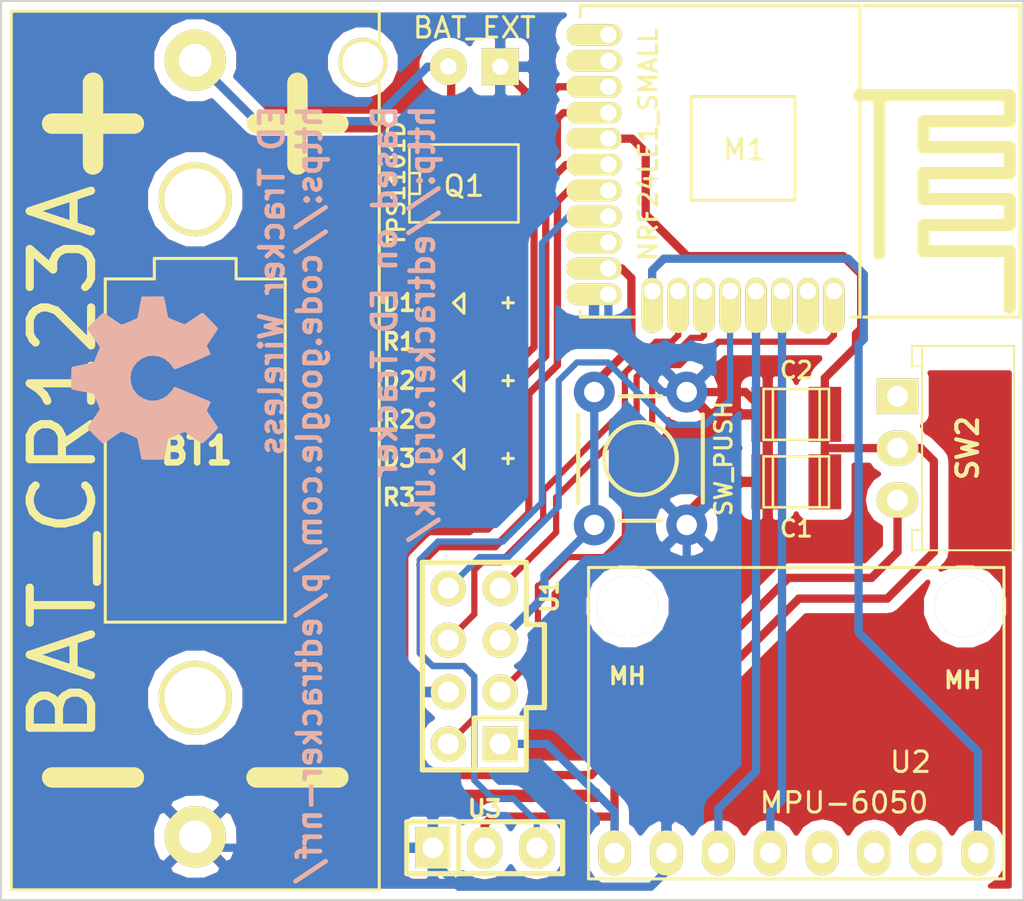
<source format=kicad_pcb>
(kicad_pcb (version 4) (host pcbnew "(2014-07-15 BZR 5005)-product")

  (general
    (links 45)
    (no_connects 0)
    (area 49.949999 49.657 101.306201 94.050001)
    (thickness 1.6)
    (drawings 5)
    (tracks 229)
    (zones 0)
    (modules 20)
    (nets 21)
  )

  (page A4)
  (layers
    (0 F.Cu signal hide)
    (31 B.Cu signal)
    (32 B.Adhes user hide)
    (33 F.Adhes user hide)
    (34 B.Paste user hide)
    (35 F.Paste user hide)
    (36 B.SilkS user)
    (37 F.SilkS user)
    (38 B.Mask user hide)
    (39 F.Mask user hide)
    (40 Dwgs.User user hide)
    (41 Cmts.User user hide)
    (42 Eco1.User user hide)
    (43 Eco2.User user hide)
    (44 Edge.Cuts user)
  )

  (setup
    (last_trace_width 0.254)
    (user_trace_width 0.3048)
    (user_trace_width 0.3556)
    (user_trace_width 0.4064)
    (trace_clearance 0.2032)
    (zone_clearance 0.508)
    (zone_45_only no)
    (trace_min 0.254)
    (segment_width 0.2)
    (edge_width 0.1)
    (via_size 0.889)
    (via_drill 0.635)
    (via_min_size 0.889)
    (via_min_drill 0.508)
    (uvia_size 0.508)
    (uvia_drill 0.127)
    (uvias_allowed no)
    (uvia_min_size 0.508)
    (uvia_min_drill 0.127)
    (pcb_text_width 0.3)
    (pcb_text_size 1.5 1.5)
    (mod_edge_width 0.1778)
    (mod_text_size 1 1)
    (mod_text_width 0.15)
    (pad_size 3.6 3.6)
    (pad_drill 3)
    (pad_to_mask_clearance 0)
    (aux_axis_origin 0 0)
    (grid_origin 50.038 50.038)
    (visible_elements 7FFFFF7F)
    (pcbplotparams
      (layerselection 0x010f0_80000001)
      (usegerberextensions true)
      (excludeedgelayer true)
      (linewidth 0.100000)
      (plotframeref false)
      (viasonmask false)
      (mode 1)
      (useauxorigin false)
      (hpglpennumber 1)
      (hpglpenspeed 20)
      (hpglpendiameter 15)
      (hpglpenoverlay 2)
      (psnegative false)
      (psa4output false)
      (plotreference true)
      (plotvalue true)
      (plotinvisibletext false)
      (padsonsilk false)
      (subtractmaskfromsilk false)
      (outputformat 1)
      (mirror false)
      (drillshape 0)
      (scaleselection 1)
      (outputdirectory ./gerber))
  )

  (net 0 "")
  (net 1 GND)
  (net 2 VCC)
  (net 3 "Net-(D1-Pad1)")
  (net 4 "Net-(D1-Pad2)")
  (net 5 "Net-(D2-Pad1)")
  (net 6 "Net-(D2-Pad2)")
  (net 7 "Net-(D3-Pad1)")
  (net 8 "Net-(D3-Pad2)")
  (net 9 "Net-(M1-Pad8)")
  (net 10 /FSCK)
  (net 11 "Net-(M1-Pad12)")
  (net 12 /FMOSI)
  (net 13 /FCSN)
  (net 14 /SCL)
  (net 15 /SDA)
  (net 16 "Net-(Q1-Pad1)")
  (net 17 /FMISO)
  (net 18 "Net-(BT1-Pad1)")
  (net 19 /PROG)
  (net 20 /RESET)

  (net_class Default "This is the default net class."
    (clearance 0.2032)
    (trace_width 0.254)
    (via_dia 0.889)
    (via_drill 0.635)
    (uvia_dia 0.508)
    (uvia_drill 0.127)
    (add_net /FCSN)
    (add_net /FMISO)
    (add_net /FMOSI)
    (add_net /FSCK)
    (add_net /PROG)
    (add_net /RESET)
    (add_net /SCL)
    (add_net /SDA)
    (add_net GND)
    (add_net "Net-(BT1-Pad1)")
    (add_net "Net-(D1-Pad1)")
    (add_net "Net-(D1-Pad2)")
    (add_net "Net-(D2-Pad1)")
    (add_net "Net-(D2-Pad2)")
    (add_net "Net-(D3-Pad1)")
    (add_net "Net-(D3-Pad2)")
    (add_net "Net-(M1-Pad12)")
    (add_net "Net-(M1-Pad8)")
    (add_net "Net-(Q1-Pad1)")
    (add_net VCC)
  )

  (module edtracker_nrf:MountingHole_3mm (layer F.Cu) (tedit 53C9001E) (tstamp 53CBC537)
    (at 80.645 79.629)
    (descr "Mounting hole")
    (tags "Mounting hole")
    (fp_text reference MH (at -0.007 3.409) (layer F.SilkS)
      (effects (font (size 0.8128 0.8128) (thickness 0.1778)))
    )
    (fp_text value MH30 (at 0.09906 3.59918) (layer F.SilkS) hide
      (effects (font (thickness 0.3048)))
    )
    (fp_circle (center 0 0) (end 2.49936 0) (layer Cmts.User) (width 0.381))
    (pad 1 thru_hole circle (at 0 0) (size 3 3) (drill 3) (layers *.Cu *.Mask F.SilkS))
  )

  (module edtracker_nrf:ESP2010_switch (layer F.Cu) (tedit 53C8C7A8) (tstamp 53C7A2D3)
    (at 93.853 71.882 270)
    (descr "1 pin")
    (tags "CONN DEV")
    (path /53AAC4C3)
    (fp_text reference SW2 (at 0 -3.429 450) (layer F.SilkS)
      (effects (font (size 1.016 1.016) (thickness 0.2032)))
    )
    (fp_text value SWITCH_INV (at 0 -2.4 270) (layer F.SilkS) hide
      (effects (font (size 1.016 1.016) (thickness 0.1778)))
    )
    (fp_line (start 0.2 -7.2) (end 0.2 -6.7) (layer Dwgs.User) (width 0.1))
    (fp_line (start -1.8 -7.2) (end 0.2 -7.2) (layer Dwgs.User) (width 0.1))
    (fp_line (start -1.8 -6.7) (end -1.8 -7.2) (layer Dwgs.User) (width 0.1))
    (fp_line (start 3.4 -6.2) (end 0.2 -6.7) (layer Dwgs.User) (width 0.1))
    (fp_line (start -5 -6.2) (end -1.8 -6.7) (layer Dwgs.User) (width 0.1))
    (fp_line (start 3.4 -5.7) (end 3.4 -6.2) (layer Dwgs.User) (width 0.1))
    (fp_line (start -5 -5.7) (end -5 -6.2) (layer Dwgs.User) (width 0.1))
    (fp_line (start 5 -1.2) (end 5 -0.7) (layer F.SilkS) (width 0.1))
    (fp_line (start 5 -0.7) (end 4 -0.7) (layer F.SilkS) (width 0.1))
    (fp_line (start 4 -0.7) (end 4 -1.2) (layer F.SilkS) (width 0.1))
    (fp_line (start -5 -1.2) (end -5 -0.7) (layer F.SilkS) (width 0.1))
    (fp_line (start -5 -0.7) (end -4 -0.7) (layer F.SilkS) (width 0.1))
    (fp_line (start -4 -1.2) (end -4 -0.7) (layer F.SilkS) (width 0.1))
    (fp_line (start -5 -5.7) (end 5 -5.7) (layer F.SilkS) (width 0.1))
    (fp_line (start 5 -1.2) (end 5 -5.7) (layer F.SilkS) (width 0.1))
    (fp_line (start -5 -5.7) (end -5 -1.2) (layer F.SilkS) (width 0.1))
    (fp_line (start -5 -1.2) (end 5 -1.2) (layer F.SilkS) (width 0.1))
    (pad 1 thru_hole rect (at -2.54 0 270) (size 1.7272 2.032) (drill 1.016) (layers *.Cu *.Mask F.SilkS))
    (pad 2 thru_hole oval (at 0 0 270) (size 1.7272 2.032) (drill 1.016) (layers *.Cu *.Mask F.SilkS)
      (net 2 VCC))
    (pad 3 thru_hole oval (at 2.54 0 270) (size 1.7272 2.032) (drill 1.016) (layers *.Cu *.Mask F.SilkS)
      (net 16 "Net-(Q1-Pad1)"))
    (model Pin_Headers/Pin_Header_Angled_1x03.wrl
      (at (xyz 0 0 0))
      (scale (xyz 1 1 1))
      (rotate (xyz 0 0 0))
    )
  )

  (module edtracker_nrf:Pin_Header_Straight_2x04 (layer F.Cu) (tedit 53C8E7A0) (tstamp 53CBC6D3)
    (at 73.152 82.55 90)
    (descr "1 pin")
    (tags "CONN DEV")
    (path /53A87671)
    (fp_text reference U1 (at 3.429 3.683 90) (layer F.SilkS)
      (effects (font (size 0.8128 0.8128) (thickness 0.1778)))
    )
    (fp_text value NRF24LE1_PROG (at 0 -3.175 90) (layer F.SilkS) hide
      (effects (font (size 0.8128 0.8128) (thickness 0.1524)))
    )
    (fp_line (start -5.08 2.54) (end -2.032 2.54) (layer F.SilkS) (width 0.254))
    (fp_line (start -2.032 2.54) (end -2.032 3.429) (layer F.SilkS) (width 0.254))
    (fp_line (start -2.032 3.429) (end 2.032 3.429) (layer F.SilkS) (width 0.254))
    (fp_line (start 2.032 3.429) (end 2.032 2.54) (layer F.SilkS) (width 0.254))
    (fp_line (start 2.032 2.54) (end 5.08 2.54) (layer F.SilkS) (width 0.254))
    (fp_line (start 5.08 2.54) (end 5.08 -2.54) (layer F.SilkS) (width 0.254))
    (fp_line (start 5.08 -2.54) (end -5.08 -2.54) (layer F.SilkS) (width 0.254))
    (fp_line (start -5.08 -2.54) (end -5.08 0) (layer F.SilkS) (width 0.254))
    (fp_line (start -5.08 0) (end -2.54 0) (layer F.SilkS) (width 0.254))
    (fp_line (start -2.54 0) (end -2.54 2.54) (layer F.SilkS) (width 0.254))
    (fp_line (start -5.08 2.54) (end -5.08 0) (layer F.SilkS) (width 0.254))
    (pad 1 thru_hole rect (at -3.81 1.27 90) (size 1.7272 1.7272) (drill 1.016) (layers *.Cu *.Mask F.SilkS)
      (net 2 VCC))
    (pad 2 thru_hole oval (at -3.81 -1.27 90) (size 1.7272 1.7272) (drill 1.016) (layers *.Cu *.Mask F.SilkS)
      (net 19 /PROG))
    (pad 3 thru_hole oval (at -1.27 1.27 90) (size 1.7272 1.7272) (drill 1.016) (layers *.Cu *.Mask F.SilkS)
      (net 20 /RESET))
    (pad 4 thru_hole oval (at -1.27 -1.27 90) (size 1.7272 1.7272) (drill 1.016) (layers *.Cu *.Mask F.SilkS)
      (net 1 GND))
    (pad 5 thru_hole oval (at 1.27 1.27 90) (size 1.7272 1.7272) (drill 1.016) (layers *.Cu *.Mask F.SilkS)
      (net 10 /FSCK))
    (pad 6 thru_hole oval (at 1.27 -1.27 90) (size 1.7272 1.7272) (drill 1.016) (layers *.Cu *.Mask F.SilkS)
      (net 12 /FMOSI))
    (pad 7 thru_hole oval (at 3.81 1.27 90) (size 1.7272 1.7272) (drill 1.016) (layers *.Cu *.Mask F.SilkS)
      (net 17 /FMISO))
    (pad 8 thru_hole oval (at 3.81 -1.27 90) (size 1.7272 1.7272) (drill 1.016) (layers *.Cu *.Mask F.SilkS)
      (net 13 /FCSN))
    (model Pin_Headers/Pin_Header_Straight_2x04.wrl
      (at (xyz 0 0 0))
      (scale (xyz 1 1 1))
      (rotate (xyz 0 0 0))
    )
  )

  (module Capacitors_SMD:c_1210 (layer F.Cu) (tedit 53C8E621) (tstamp 53ABDA55)
    (at 88.9 73.533)
    (descr "SMT capacitor, 1210")
    (path /53A9C242)
    (fp_text reference C1 (at 0 2.286 180) (layer F.SilkS)
      (effects (font (size 0.8128 0.8128) (thickness 0.1524)))
    )
    (fp_text value C (at -0.0254 1.7272) (layer F.SilkS) hide
      (effects (font (size 0.50038 0.50038) (thickness 0.11938)))
    )
    (fp_line (start -1.6002 -1.2446) (end -1.6002 1.2446) (layer F.SilkS) (width 0.127))
    (fp_line (start 1.6002 1.2446) (end 1.6002 -1.2446) (layer F.SilkS) (width 0.127))
    (fp_line (start 1.143 -1.2446) (end 1.143 1.2446) (layer F.SilkS) (width 0.127))
    (fp_line (start -1.143 1.2446) (end -1.143 -1.2446) (layer F.SilkS) (width 0.127))
    (fp_line (start -1.6002 1.2446) (end 1.6002 1.2446) (layer F.SilkS) (width 0.127))
    (fp_line (start 1.6002 -1.2446) (end -1.6002 -1.2446) (layer F.SilkS) (width 0.127))
    (pad 1 smd rect (at 1.397 0) (size 1.6002 2.6924) (layers F.Cu F.Paste F.Mask)
      (net 2 VCC))
    (pad 2 smd rect (at -1.397 0) (size 1.6002 2.6924) (layers F.Cu F.Paste F.Mask)
      (net 1 GND))
    (model smd/capacitors/c_1210.wrl
      (at (xyz 0 0 0))
      (scale (xyz 1 1 1))
      (rotate (xyz 0 0 0))
    )
  )

  (module edtracker_nrf:Pin_Header_Straight_1x03 (layer F.Cu) (tedit 53C8E6FF) (tstamp 53ABD6AA)
    (at 73.66 91.44)
    (descr "1 pin")
    (tags "CONN DEV")
    (path /53A876E3)
    (fp_text reference U3 (at 0 -1.905 180) (layer F.SilkS)
      (effects (font (size 0.8128 0.8128) (thickness 0.1778)))
    )
    (fp_text value UART (at 0 0) (layer F.SilkS) hide
      (effects (font (size 1.27 1.27) (thickness 0.2032)))
    )
    (fp_line (start -1.27 1.27) (end 3.81 1.27) (layer F.SilkS) (width 0.254))
    (fp_line (start 3.81 1.27) (end 3.81 -1.27) (layer F.SilkS) (width 0.254))
    (fp_line (start 3.81 -1.27) (end -1.27 -1.27) (layer F.SilkS) (width 0.254))
    (fp_line (start -3.81 -1.27) (end -1.27 -1.27) (layer F.SilkS) (width 0.254))
    (fp_line (start -1.27 -1.27) (end -1.27 1.27) (layer F.SilkS) (width 0.254))
    (fp_line (start -3.81 -1.27) (end -3.81 1.27) (layer F.SilkS) (width 0.254))
    (fp_line (start -3.81 1.27) (end -1.27 1.27) (layer F.SilkS) (width 0.254))
    (pad 1 thru_hole rect (at -2.54 0) (size 1.7272 2.032) (drill 1.016) (layers *.Cu *.Mask F.SilkS)
      (net 1 GND))
    (pad 2 thru_hole oval (at 0 0) (size 1.7272 2.032) (drill 1.016) (layers *.Cu *.Mask F.SilkS)
      (net 2 VCC))
    (pad 3 thru_hole oval (at 2.54 0) (size 1.7272 2.032) (drill 1.016) (layers *.Cu *.Mask F.SilkS)
      (net 9 "Net-(M1-Pad8)"))
    (model Pin_Headers/Pin_Header_Straight_1x03.wrl
      (at (xyz 0 0 0))
      (scale (xyz 1 1 1))
      (rotate (xyz 0 0 0))
    )
  )

  (module edtracker_nrf:TACTILE-PTH (layer F.Cu) (tedit 53C8E60F) (tstamp 53C7B70C)
    (at 81.28 72.39 90)
    (descr "<b>OMRON SWITCH</b>")
    (path /53AB20EC)
    (fp_text reference SW1 (at -1.905 -3.81 90) (layer F.SilkS) hide
      (effects (font (size 1.2065 1.2065) (thickness 0.127)) (justify left bottom))
    )
    (fp_text value SW_PUSH (at 0 4.064 90) (layer F.SilkS)
      (effects (font (size 0.8128 0.8128) (thickness 0.1524)))
    )
    (fp_line (start 3.048 -1.016) (end 3.048 -2.54) (layer Dwgs.User) (width 0.2032))
    (fp_line (start 3.048 -2.54) (end 2.54 -3.048) (layer Dwgs.User) (width 0.2032))
    (fp_line (start 2.54 3.048) (end 3.048 2.54) (layer Dwgs.User) (width 0.2032))
    (fp_line (start 3.048 2.54) (end 3.048 1.016) (layer Dwgs.User) (width 0.2032))
    (fp_line (start -2.54 -3.048) (end -3.048 -2.54) (layer Dwgs.User) (width 0.2032))
    (fp_line (start -3.048 -2.54) (end -3.048 -1.016) (layer Dwgs.User) (width 0.2032))
    (fp_line (start -2.54 3.048) (end -3.048 2.54) (layer Dwgs.User) (width 0.2032))
    (fp_line (start -3.048 2.54) (end -3.048 1.016) (layer Dwgs.User) (width 0.2032))
    (fp_line (start 2.54 3.048) (end 2.159 3.048) (layer Dwgs.User) (width 0.2032))
    (fp_line (start -2.54 3.048) (end -2.159 3.048) (layer Dwgs.User) (width 0.2032))
    (fp_line (start -2.54 -3.048) (end -2.159 -3.048) (layer Dwgs.User) (width 0.2032))
    (fp_line (start 2.54 -3.048) (end 2.159 -3.048) (layer Dwgs.User) (width 0.2032))
    (fp_line (start 2.159 -3.048) (end -2.159 -3.048) (layer F.SilkS) (width 0.2032))
    (fp_line (start -2.159 3.048) (end 2.159 3.048) (layer F.SilkS) (width 0.2032))
    (fp_line (start 3.048 -0.998) (end 3.048 1.016) (layer F.SilkS) (width 0.2032))
    (fp_line (start -3.048 -1.028) (end -3.048 1.016) (layer F.SilkS) (width 0.2032))
    (fp_line (start -2.54 -1.27) (end -2.54 -0.508) (layer Dwgs.User) (width 0.2032))
    (fp_line (start -2.54 0.508) (end -2.54 1.27) (layer Dwgs.User) (width 0.2032))
    (fp_line (start -2.54 -0.508) (end -2.159 0.381) (layer Dwgs.User) (width 0.2032))
    (fp_circle (center 0 0) (end 1.778 0) (layer F.SilkS) (width 0.2032))
    (pad 1 thru_hole circle (at -3.2512 -2.2606 90) (size 2 2) (drill 1) (layers *.Cu *.Mask)
      (net 10 /FSCK))
    (pad 1 thru_hole circle (at 3.2512 -2.2606 90) (size 2 2) (drill 1) (layers *.Cu *.Mask)
      (net 10 /FSCK))
    (pad 2 thru_hole circle (at -3.2512 2.2606 90) (size 2 2) (drill 1) (layers *.Cu *.Mask)
      (net 1 GND))
    (pad 2 thru_hole circle (at 3.2512 2.2606 90) (size 2 2) (drill 1) (layers *.Cu *.Mask)
      (net 1 GND))
  )

  (module edtracker_nrf:MPU6050 (layer F.Cu) (tedit 53C8E7A9) (tstamp 53AAC44E)
    (at 88.9 85.344 180)
    (path /53A8761E)
    (fp_text reference U2 (at -5.588 -1.905 180) (layer F.SilkS)
      (effects (font (size 1 1) (thickness 0.15)))
    )
    (fp_text value MPU-6050 (at -2.338 -3.894 180) (layer F.SilkS)
      (effects (font (size 1 1) (thickness 0.15)))
    )
    (fp_circle (center 8.255 5.715) (end 8.89 6.985) (layer F.SilkS) (width 0.15))
    (fp_circle (center -8.255 5.715) (end -8.255 6.985) (layer F.SilkS) (width 0.15))
    (fp_line (start 10.16 -7.62) (end 10.16 7.62) (layer F.SilkS) (width 0.15))
    (fp_line (start 10.16 7.62) (end -10.16 7.62) (layer F.SilkS) (width 0.15))
    (fp_line (start -10.16 7.62) (end -10.16 -7.62) (layer F.SilkS) (width 0.15))
    (fp_line (start -10.16 -7.62) (end 10.16 -7.62) (layer F.SilkS) (width 0.15))
    (pad 1 thru_hole oval (at 8.89 -6.35 270) (size 2.2 1.6) (drill 1) (layers *.Cu *.Mask F.SilkS)
      (net 2 VCC))
    (pad 2 thru_hole oval (at 6.35 -6.35 270) (size 2.2 1.6) (drill 1) (layers *.Cu *.Mask F.SilkS)
      (net 1 GND))
    (pad 3 thru_hole oval (at 3.81 -6.35 270) (size 2.2 1.6) (drill 1) (layers *.Cu *.Mask F.SilkS)
      (net 14 /SCL))
    (pad 4 thru_hole oval (at 1.27 -6.35 270) (size 2.2 1.6) (drill 1) (layers *.Cu *.Mask F.SilkS)
      (net 15 /SDA))
    (pad 5 thru_hole oval (at -1.27 -6.35 270) (size 2.2 1.6) (drill 1) (layers *.Cu *.Mask F.SilkS))
    (pad 6 thru_hole oval (at -3.81 -6.35 270) (size 2.2 1.6) (drill 1) (layers *.Cu *.Mask F.SilkS))
    (pad 7 thru_hole oval (at -6.35 -6.35 270) (size 2.2 1.6) (drill 1) (layers *.Cu *.Mask F.SilkS))
    (pad 8 thru_hole oval (at -8.89 -6.35 270) (size 2.2 1.6) (drill 1) (layers *.Cu *.Mask F.SilkS)
      (net 11 "Net-(M1-Pad12)"))
  )

  (module SOIC_Packages:SOIC-8_N (layer F.Cu) (tedit 53C8C754) (tstamp 53AAC3C4)
    (at 72.644 58.928)
    (descr "module CMS SOJ 8 pins etroit")
    (tags "CMS SOJ")
    (path /53A9CF7B)
    (attr smd)
    (fp_text reference Q1 (at 0 0.127) (layer F.SilkS)
      (effects (font (size 1 1) (thickness 0.15)))
    )
    (fp_text value TPS1101D (at -3.302 0 90) (layer F.SilkS)
      (effects (font (size 0.8128 0.8128) (thickness 0.1524)))
    )
    (fp_line (start -2.667 1.778) (end -2.667 1.905) (layer F.SilkS) (width 0.127))
    (fp_line (start -2.667 1.905) (end 2.667 1.905) (layer F.SilkS) (width 0.127))
    (fp_line (start 2.667 -1.905) (end -2.667 -1.905) (layer F.SilkS) (width 0.127))
    (fp_line (start -2.667 -1.905) (end -2.667 1.778) (layer F.SilkS) (width 0.127))
    (fp_line (start -2.667 -0.508) (end -2.159 -0.508) (layer F.SilkS) (width 0.127))
    (fp_line (start -2.159 -0.508) (end -2.159 0.508) (layer F.SilkS) (width 0.127))
    (fp_line (start -2.159 0.508) (end -2.667 0.508) (layer F.SilkS) (width 0.127))
    (fp_line (start 2.667 -1.905) (end 2.667 1.905) (layer F.SilkS) (width 0.127))
    (pad 8 smd rect (at -1.875 -2.7) (size 0.6 1.6) (layers F.Cu F.Paste F.Mask)
      (net 18 "Net-(BT1-Pad1)"))
    (pad 1 smd rect (at -1.875 2.7) (size 0.6 1.6) (layers F.Cu F.Paste F.Mask)
      (net 16 "Net-(Q1-Pad1)"))
    (pad 7 smd rect (at -0.625 -2.7) (size 0.6 1.6) (layers F.Cu F.Paste F.Mask)
      (net 18 "Net-(BT1-Pad1)"))
    (pad 6 smd rect (at 0.625 -2.7) (size 0.6 1.6) (layers F.Cu F.Paste F.Mask)
      (net 18 "Net-(BT1-Pad1)"))
    (pad 5 smd rect (at 1.875 -2.7) (size 0.6 1.6) (layers F.Cu F.Paste F.Mask)
      (net 18 "Net-(BT1-Pad1)"))
    (pad 2 smd rect (at -0.625 2.7) (size 0.6 1.6) (layers F.Cu F.Paste F.Mask)
      (net 16 "Net-(Q1-Pad1)"))
    (pad 3 smd rect (at 0.625 2.7) (size 0.6 1.6) (layers F.Cu F.Paste F.Mask)
      (net 16 "Net-(Q1-Pad1)"))
    (pad 4 smd rect (at 1.875 2.7) (size 0.6 1.6) (layers F.Cu F.Paste F.Mask)
      (net 1 GND))
    (model smd/cms_so8.wrl
      (at (xyz 0 0 0))
      (scale (xyz 0.5 0.32 0.5))
      (rotate (xyz 0 0 0))
    )
  )

  (module Capacitors_SMD:c_1210 (layer F.Cu) (tedit 53C8E626) (tstamp 53AAC332)
    (at 88.9 70.231)
    (descr "SMT capacitor, 1210")
    (path /53A9BE51)
    (fp_text reference C2 (at 0 -2.159) (layer F.SilkS)
      (effects (font (size 0.8128 0.8128) (thickness 0.1524)))
    )
    (fp_text value CP1 (at -0.0254 1.7272) (layer F.SilkS) hide
      (effects (font (size 0.50038 0.50038) (thickness 0.11938)))
    )
    (fp_line (start -1.6002 -1.2446) (end -1.6002 1.2446) (layer F.SilkS) (width 0.127))
    (fp_line (start 1.6002 1.2446) (end 1.6002 -1.2446) (layer F.SilkS) (width 0.127))
    (fp_line (start 1.143 -1.2446) (end 1.143 1.2446) (layer F.SilkS) (width 0.127))
    (fp_line (start -1.143 1.2446) (end -1.143 -1.2446) (layer F.SilkS) (width 0.127))
    (fp_line (start -1.6002 1.2446) (end 1.6002 1.2446) (layer F.SilkS) (width 0.127))
    (fp_line (start 1.6002 -1.2446) (end -1.6002 -1.2446) (layer F.SilkS) (width 0.127))
    (pad 1 smd rect (at 1.397 0) (size 1.6002 2.6924) (layers F.Cu F.Paste F.Mask)
      (net 2 VCC))
    (pad 2 smd rect (at -1.397 0) (size 1.6002 2.6924) (layers F.Cu F.Paste F.Mask)
      (net 1 GND))
    (model smd/capacitors/c_1210.wrl
      (at (xyz 0 0 0))
      (scale (xyz 1 1 1))
      (rotate (xyz 0 0 0))
    )
  )

  (module edtracker_nrf:BATTERY_EXT (layer F.Cu) (tedit 53C8F930) (tstamp 53AAC31A)
    (at 73.152 53.213)
    (path /53A9ABA8)
    (fp_text reference BT2 (at 0 2.54) (layer F.SilkS) hide
      (effects (font (size 1 1) (thickness 0.15)))
    )
    (fp_text value BAT_EXT (at 0 -1.905) (layer F.SilkS)
      (effects (font (size 1 1) (thickness 0.15)))
    )
    (pad 1 thru_hole circle (at -1.27 0) (size 1.8 1.8) (drill 0.8) (layers *.Cu *.Mask F.SilkS)
      (net 18 "Net-(BT1-Pad1)"))
    (pad 2 thru_hole rect (at 1.27 0) (size 1.8 1.8) (drill 0.8) (layers *.Cu *.Mask F.SilkS)
      (net 1 GND))
  )

  (module edtracker_nrf:LED-0805 (layer F.Cu) (tedit 53C8C6EB) (tstamp 53C829DC)
    (at 72.39 64.77 180)
    (descr "LED 0805 smd package")
    (tags "LED 0805 SMD")
    (path /53A99C66)
    (attr smd)
    (fp_text reference D1 (at 2.921 0 360) (layer F.SilkS)
      (effects (font (size 0.8128 0.8128) (thickness 0.1778)))
    )
    (fp_text value LED (at 0 -1.905 180) (layer F.SilkS) hide
      (effects (font (size 0.8128 0.8128) (thickness 0.2032)))
    )
    (fp_line (start -2.413 -0.254) (end -2.413 0.254) (layer F.SilkS) (width 0.1524))
    (fp_line (start -2.159 0) (end -2.667 0) (layer F.SilkS) (width 0.1524))
    (fp_line (start -0.254 -0.508) (end -0.254 0.4445) (layer F.SilkS) (width 0.1524))
    (fp_line (start -0.254 0.4445) (end 0.254 0) (layer F.SilkS) (width 0.1524))
    (fp_line (start 0.254 0) (end -0.254 -0.508) (layer F.SilkS) (width 0.1524))
    (pad 1 smd rect (at -1.04902 0 180) (size 1.19888 1.19888) (layers F.Cu F.Paste F.Mask)
      (net 3 "Net-(D1-Pad1)"))
    (pad 2 smd rect (at 1.04902 0 180) (size 1.19888 1.19888) (layers F.Cu F.Paste F.Mask)
      (net 4 "Net-(D1-Pad2)"))
  )

  (module edtracker_nrf:LED-0805 (layer F.Cu) (tedit 53C8C6DF) (tstamp 53C829E6)
    (at 72.39 68.58 180)
    (descr "LED 0805 smd package")
    (tags "LED 0805 SMD")
    (path /53A99CDF)
    (attr smd)
    (fp_text reference D2 (at 2.921 0 180) (layer F.SilkS)
      (effects (font (size 0.8128 0.8128) (thickness 0.1778)))
    )
    (fp_text value LED (at 0 -1.905 180) (layer F.SilkS) hide
      (effects (font (size 0.8128 0.8128) (thickness 0.2032)))
    )
    (fp_line (start -2.413 -0.254) (end -2.413 0.254) (layer F.SilkS) (width 0.1524))
    (fp_line (start -2.159 0) (end -2.667 0) (layer F.SilkS) (width 0.1524))
    (fp_line (start -0.254 -0.508) (end -0.254 0.4445) (layer F.SilkS) (width 0.1524))
    (fp_line (start -0.254 0.4445) (end 0.254 0) (layer F.SilkS) (width 0.1524))
    (fp_line (start 0.254 0) (end -0.254 -0.508) (layer F.SilkS) (width 0.1524))
    (pad 1 smd rect (at -1.04902 0 180) (size 1.19888 1.19888) (layers F.Cu F.Paste F.Mask)
      (net 5 "Net-(D2-Pad1)"))
    (pad 2 smd rect (at 1.04902 0 180) (size 1.19888 1.19888) (layers F.Cu F.Paste F.Mask)
      (net 6 "Net-(D2-Pad2)"))
  )

  (module edtracker_nrf:LED-0805 (layer F.Cu) (tedit 53C8C6D8) (tstamp 53C829F0)
    (at 72.39 72.39 180)
    (descr "LED 0805 smd package")
    (tags "LED 0805 SMD")
    (path /53A99CF8)
    (attr smd)
    (fp_text reference D3 (at 2.921 0 360) (layer F.SilkS)
      (effects (font (size 0.8128 0.8128) (thickness 0.1778)))
    )
    (fp_text value LED (at 0 -1.905 180) (layer F.SilkS) hide
      (effects (font (size 0.8128 0.8128) (thickness 0.2032)))
    )
    (fp_line (start -2.413 -0.254) (end -2.413 0.254) (layer F.SilkS) (width 0.1524))
    (fp_line (start -2.159 0) (end -2.667 0) (layer F.SilkS) (width 0.1524))
    (fp_line (start -0.254 -0.508) (end -0.254 0.4445) (layer F.SilkS) (width 0.1524))
    (fp_line (start -0.254 0.4445) (end 0.254 0) (layer F.SilkS) (width 0.1524))
    (fp_line (start 0.254 0) (end -0.254 -0.508) (layer F.SilkS) (width 0.1524))
    (pad 1 smd rect (at -1.04902 0 180) (size 1.19888 1.19888) (layers F.Cu F.Paste F.Mask)
      (net 7 "Net-(D3-Pad1)"))
    (pad 2 smd rect (at 1.04902 0 180) (size 1.19888 1.19888) (layers F.Cu F.Paste F.Mask)
      (net 8 "Net-(D3-Pad2)"))
  )

  (module edtracker_nrf:Resistor_SMD0805_HandSoldering (layer F.Cu) (tedit 53C8C6E5) (tstamp 53C8C706)
    (at 72.39 66.675)
    (descr "Resistor, SMD, 0805, Hand soldering,")
    (tags "Resistor, SMD, 0805, Hand soldering,")
    (path /53A99DAC)
    (attr smd)
    (fp_text reference R1 (at -2.921 0) (layer F.SilkS)
      (effects (font (size 0.8128 0.8128) (thickness 0.1778)))
    )
    (fp_text value R (at 0.20066 2.60096) (layer F.SilkS) hide
      (effects (font (size 0.8128 0.8128) (thickness 0.1778)))
    )
    (pad 1 smd rect (at -1.30048 0) (size 1.50114 1.19888) (layers F.Cu F.Paste F.Mask)
      (net 1 GND))
    (pad 2 smd rect (at 1.30048 0) (size 1.50114 1.19888) (layers F.Cu F.Paste F.Mask)
      (net 4 "Net-(D1-Pad2)"))
  )

  (module edtracker_nrf:Resistor_SMD0805_HandSoldering (layer F.Cu) (tedit 53C8C6D4) (tstamp 53C8C70B)
    (at 72.39 70.485)
    (descr "Resistor, SMD, 0805, Hand soldering,")
    (tags "Resistor, SMD, 0805, Hand soldering,")
    (path /53A99E23)
    (attr smd)
    (fp_text reference R2 (at -2.921 0) (layer F.SilkS)
      (effects (font (size 0.8128 0.8128) (thickness 0.1778)))
    )
    (fp_text value R (at 0.20066 2.60096) (layer F.SilkS) hide
      (effects (font (size 0.8128 0.8128) (thickness 0.1778)))
    )
    (pad 1 smd rect (at -1.30048 0) (size 1.50114 1.19888) (layers F.Cu F.Paste F.Mask)
      (net 1 GND))
    (pad 2 smd rect (at 1.30048 0) (size 1.50114 1.19888) (layers F.Cu F.Paste F.Mask)
      (net 6 "Net-(D2-Pad2)"))
  )

  (module edtracker_nrf:Resistor_SMD0805_HandSoldering (layer F.Cu) (tedit 53C8C6D6) (tstamp 53C8C710)
    (at 72.39 74.295 180)
    (descr "Resistor, SMD, 0805, Hand soldering,")
    (tags "Resistor, SMD, 0805, Hand soldering,")
    (path /53A99E55)
    (attr smd)
    (fp_text reference R3 (at 2.921 0 180) (layer F.SilkS)
      (effects (font (size 0.8128 0.8128) (thickness 0.1778)))
    )
    (fp_text value R (at 0.20066 2.60096 180) (layer F.SilkS) hide
      (effects (font (size 0.8128 0.8128) (thickness 0.1778)))
    )
    (pad 1 smd rect (at -1.30048 0 180) (size 1.50114 1.19888) (layers F.Cu F.Paste F.Mask)
      (net 1 GND))
    (pad 2 smd rect (at 1.30048 0 180) (size 1.50114 1.19888) (layers F.Cu F.Paste F.Mask)
      (net 8 "Net-(D3-Pad2)"))
  )

  (module edtracker_nrf:MountingHole_3mm (layer F.Cu) (tedit 53C90026) (tstamp 53CBC549)
    (at 97.155 79.629)
    (descr "Mounting hole")
    (tags "Mounting hole")
    (fp_text reference MH (at -0.117 3.609) (layer F.SilkS)
      (effects (font (size 0.8128 0.8128) (thickness 0.1778)))
    )
    (fp_text value MH30 (at 0.09906 3.59918) (layer F.SilkS) hide
      (effects (font (thickness 0.3048)))
    )
    (fp_circle (center 0 0) (end 2.49936 0) (layer Cmts.User) (width 0.381))
    (pad 1 thru_hole circle (at 0 0) (size 3 3) (drill 3) (layers *.Cu *.Mask F.SilkS))
  )

  (module edtracker_nrf:NRF24LE1_SMALL (layer F.Cu) (tedit 53C8E6DD) (tstamp 53AAC3B0)
    (at 85.344 58.166 270)
    (path /53A87AFB)
    (fp_text reference M1 (at -0.889 -1.016 360) (layer F.SilkS)
      (effects (font (size 1 1) (thickness 0.15)))
    )
    (fp_text value NRF24LE1_SMALL (at -1.143 3.683 270) (layer F.SilkS)
      (effects (font (size 0.889 0.889) (thickness 0.1524)))
    )
    (fp_line (start -3.556 -7.62) (end 4.191 -7.62) (layer F.SilkS) (width 0.6))
    (fp_line (start 4.064 -14) (end 6.858 -14) (layer F.SilkS) (width 0.6))
    (fp_line (start 2.794 -9.779) (end 4.064 -9.779) (layer F.SilkS) (width 0.6))
    (fp_line (start 1.524 -14) (end 2.794 -14) (layer F.SilkS) (width 0.6))
    (fp_line (start 0.254 -9.779) (end 1.524 -9.779) (layer F.SilkS) (width 0.6))
    (fp_line (start -1.016 -14) (end 0.254 -14) (layer F.SilkS) (width 0.6))
    (fp_line (start -2.286 -9.779) (end -1.016 -9.779) (layer F.SilkS) (width 0.6))
    (fp_line (start -3.556 -14) (end -2.286 -14) (layer F.SilkS) (width 0.6))
    (fp_line (start 0.254 -14) (end 0.254 -9.779) (layer F.SilkS) (width 0.6))
    (fp_line (start 1.524 -9.779) (end 1.524 -14) (layer F.SilkS) (width 0.6))
    (fp_line (start 2.794 -14) (end 2.794 -9.779) (layer F.SilkS) (width 0.6))
    (fp_line (start 4.064 -9.779) (end 4.064 -14) (layer F.SilkS) (width 0.6))
    (fp_line (start -1.016 -14) (end -1.016 -9.779) (layer F.SilkS) (width 0.6))
    (fp_line (start -2.287 -14) (end -2.287 -9.779) (layer F.SilkS) (width 0.6))
    (fp_line (start -3.556 -14) (end -3.556 -6.636) (layer F.SilkS) (width 0.6))
    (fp_line (start -7.9375 -6.858) (end -7.9375 -14.5) (layer F.SilkS) (width 0.1524))
    (fp_line (start -7.9375 -14.5) (end 7.3025 -14.5) (layer F.SilkS) (width 0.1524))
    (fp_line (start 7.3025 -14.5) (end 7.3025 -6.858) (layer F.SilkS) (width 0.1524))
    (fp_line (start 7.3025 -6.6675) (end 7.3025 -6.223) (layer F.SilkS) (width 0.1524))
    (fp_line (start -7.366 7) (end -7.9375 7) (layer F.SilkS) (width 0.1524))
    (fp_line (start -3.4925 -3.4925) (end -3.4925 1.5875) (layer F.SilkS) (width 0.15))
    (fp_line (start -3.4925 1.5875) (end 1.5875 1.5875) (layer F.SilkS) (width 0.15))
    (fp_line (start 1.5875 1.5875) (end 1.5875 -3.4925) (layer F.SilkS) (width 0.15))
    (fp_line (start 1.5875 -3.4925) (end -3.4925 -3.4925) (layer F.SilkS) (width 0.15))
    (fp_line (start 7.3025 7) (end 6.985 7) (layer F.SilkS) (width 0.15))
    (fp_line (start -7.9375 7) (end -7.9375 -6.6675) (layer F.SilkS) (width 0.1524))
    (fp_line (start -7.9375 -6.6675) (end 7.3025 -6.6675) (layer F.SilkS) (width 0.15))
    (fp_line (start 7.3025 4.318) (end 7.3025 7) (layer F.SilkS) (width 0.15))
    (pad 1 thru_hole oval (at -6.50875 5.635625 270) (size 1.05 2.7) (drill 0.8 (offset 0 0.7)) (layers *.Cu *.Mask F.SilkS))
    (pad 2 thru_hole oval (at -5.23875 5.635625 270) (size 1.05 2.7) (drill 0.8 (offset 0 0.7)) (layers *.Cu *.Mask F.SilkS))
    (pad 3 thru_hole oval (at -3.96875 5.635625 270) (size 1.05 2.7) (drill 0.8 (offset 0 0.7)) (layers *.Cu *.Mask F.SilkS)
      (net 3 "Net-(D1-Pad1)"))
    (pad 4 thru_hole oval (at -2.69875 5.635625 270) (size 1.05 2.7) (drill 0.8 (offset 0 0.7)) (layers *.Cu *.Mask F.SilkS)
      (net 5 "Net-(D2-Pad1)"))
    (pad 5 thru_hole oval (at -1.42875 5.635625 270) (size 1.05 2.7) (drill 0.8 (offset 0 0.7)) (layers *.Cu *.Mask F.SilkS)
      (net 2 VCC))
    (pad 6 thru_hole oval (at -0.15875 5.635625 270) (size 1.05 2.7) (drill 0.8 (offset 0 0.7)) (layers *.Cu *.Mask F.SilkS)
      (net 7 "Net-(D3-Pad1)"))
    (pad 7 thru_hole oval (at 1.11125 5.635625 270) (size 1.05 2.7) (drill 0.8 (offset 0 0.7)) (layers *.Cu *.Mask F.SilkS)
      (net 19 /PROG))
    (pad 8 thru_hole oval (at 2.38125 5.635625 270) (size 1.05 2.7) (drill 0.8 (offset 0 0.7)) (layers *.Cu *.Mask F.SilkS)
      (net 9 "Net-(M1-Pad8)"))
    (pad 10 thru_hole oval (at 4.92125 5.635625 270) (size 1.05 2.7) (drill 0.8 (offset 0 0.7)) (layers *.Cu *.Mask F.SilkS)
      (net 10 /FSCK))
    (pad 9 thru_hole oval (at 3.65125 5.635625 270) (size 1.05 2.7) (drill 0.8 (offset 0 0.7)) (layers *.Cu *.Mask F.SilkS))
    (pad 11 thru_hole oval (at 6.19125 5.635625 270) (size 1.05 2.7) (drill 0.8 (offset 0 0.7)) (layers *.Cu *.Mask F.SilkS)
      (net 1 GND))
    (pad 12 thru_hole oval (at 6.0325 3.4925) (size 1.05 2.7) (drill 0.8 (offset 0 0.7)) (layers *.Cu *.Mask F.SilkS)
      (net 11 "Net-(M1-Pad12)"))
    (pad 13 thru_hole oval (at 6.0325 2.2225) (size 1.05 2.7) (drill 0.8 (offset 0 0.7)) (layers *.Cu *.Mask F.SilkS)
      (net 12 /FMOSI))
    (pad 14 thru_hole oval (at 6.0325 0.9525) (size 1.05 2.7) (drill 0.8 (offset 0 0.7)) (layers *.Cu *.Mask F.SilkS)
      (net 17 /FMISO))
    (pad 15 thru_hole oval (at 6.0325 -0.3175) (size 1.05 2.7) (drill 0.8 (offset 0 0.7)) (layers *.Cu *.Mask F.SilkS)
      (net 13 /FCSN))
    (pad 16 thru_hole oval (at 6.0325 -1.5875) (size 1.05 2.7) (drill 0.8 (offset 0 0.7)) (layers *.Cu *.Mask F.SilkS)
      (net 14 /SCL))
    (pad 17 thru_hole oval (at 6.0325 -2.8575) (size 1.05 2.7) (drill 0.8 (offset 0 0.7)) (layers *.Cu *.Mask F.SilkS)
      (net 15 /SDA))
    (pad 18 thru_hole oval (at 6.0325 -4.1275) (size 1.05 2.7) (drill 0.8 (offset 0 0.7)) (layers *.Cu *.Mask F.SilkS))
    (pad 19 thru_hole oval (at 6.0325 -5.3975) (size 1.05 2.7) (drill 0.8 (offset 0 0.7)) (layers *.Cu *.Mask F.SilkS)
      (net 20 /RESET))
  )

  (module edtracker_nrf:CR123 (layer F.Cu) (tedit 53C8FF79) (tstamp 53C77B5B)
    (at 59.5 72)
    (path /53C5091B)
    (fp_text reference BT1 (at 0.063 0.009 180) (layer F.SilkS)
      (effects (font (size 1.27 1.27) (thickness 0.3175)))
    )
    (fp_text value BAT_CR123A (at -6.462 0.638 90) (layer F.SilkS)
      (effects (font (size 3 3) (thickness 0.4)))
    )
    (fp_line (start 3 16) (end 7 16) (layer F.SilkS) (width 1))
    (fp_line (start -7 16) (end -3 16) (layer F.SilkS) (width 1))
    (fp_line (start 5 -18) (end 5 -14) (layer F.SilkS) (width 1))
    (fp_line (start 3 -16) (end 7 -16) (layer F.SilkS) (width 1))
    (fp_line (start -5 -18) (end -5 -14) (layer F.SilkS) (width 1))
    (fp_line (start -7 -16) (end -3 -16) (layer F.SilkS) (width 1))
    (fp_line (start 2 -9.4) (end 2 -8.4) (layer F.SilkS) (width 0.15))
    (fp_line (start -2 -9.4) (end -2 -8.4) (layer F.SilkS) (width 0.15))
    (fp_line (start -2 -9.4) (end 2 -9.4) (layer F.SilkS) (width 0.15))
    (fp_line (start -4.4 -8.4) (end -2 -8.4) (layer F.SilkS) (width 0.15))
    (fp_line (start 2 -8.4) (end 4.4 -8.4) (layer F.SilkS) (width 0.15))
    (fp_line (start 4.4 -8.4) (end 4.4 8.4) (layer F.SilkS) (width 0.15))
    (fp_line (start 4.4 8.4) (end -4.4 8.4) (layer F.SilkS) (width 0.15))
    (fp_line (start -4.4 8.4) (end -4.4 -8.4) (layer F.SilkS) (width 0.15))
    (fp_line (start -9 -21.5) (end 9 -21.5) (layer F.SilkS) (width 0.15))
    (fp_line (start 9 -21.5) (end 9 21.5) (layer F.SilkS) (width 0.15))
    (fp_line (start 9 21.5) (end -9 21.5) (layer F.SilkS) (width 0.15))
    (fp_line (start -9 21.5) (end -9 -21.5) (layer F.SilkS) (width 0.15))
    (pad 1 thru_hole circle (at 0 -19.1) (size 3 3) (drill 1.6) (layers *.Cu *.Mask F.SilkS)
      (net 18 "Net-(BT1-Pad1)"))
    (pad 2 thru_hole circle (at 0 18.9) (size 3 3) (drill 1.6) (layers *.Cu *.Mask F.SilkS)
      (net 1 GND))
    (pad "" thru_hole circle (at 8.2 -19) (size 2.4 2.4) (drill 2) (layers *.Cu *.Mask F.SilkS))
    (pad "" thru_hole circle (at 0 -12.3) (size 3.6 3.6) (drill 3) (layers *.Cu *.Mask F.SilkS))
    (pad "" thru_hole circle (at 0 12.1) (size 3.6 3.6) (drill 3) (layers *.Cu *.Mask F.SilkS))
  )

  (module oshw_logo:OSHW-logo_silkscreen-back_8mm (layer B.Cu) (tedit 0) (tstamp 53C9435A)
    (at 57.023 68.453 90)
    (fp_text reference G*** (at 0 -4.2418 90) (layer B.SilkS) hide
      (effects (font (size 0.36322 0.36322) (thickness 0.07112)) (justify mirror))
    )
    (fp_text value OSHW-logo_silkscreen-back_8mm (at 0 4.2418 90) (layer B.SilkS) hide
      (effects (font (size 0.36322 0.36322) (thickness 0.07112)) (justify mirror))
    )
    (fp_poly (pts (xy 2.42316 3.59156) (xy 2.38252 3.57124) (xy 2.28854 3.51282) (xy 2.15392 3.42392)
      (xy 1.99644 3.31978) (xy 1.83896 3.21056) (xy 1.70942 3.1242) (xy 1.61798 3.06578)
      (xy 1.57988 3.04546) (xy 1.55956 3.05054) (xy 1.48336 3.08864) (xy 1.37414 3.14452)
      (xy 1.31064 3.17754) (xy 1.21158 3.22072) (xy 1.16078 3.23088) (xy 1.15316 3.21564)
      (xy 1.11506 3.13944) (xy 1.05918 3.00736) (xy 0.98298 2.83464) (xy 0.89662 2.63144)
      (xy 0.80264 2.413) (xy 0.7112 2.18948) (xy 0.6223 1.97612) (xy 0.54356 1.78562)
      (xy 0.48006 1.63068) (xy 0.43942 1.52146) (xy 0.42418 1.47574) (xy 0.42926 1.46558)
      (xy 0.48006 1.41732) (xy 0.56642 1.35128) (xy 0.75692 1.19634) (xy 0.94234 0.96266)
      (xy 1.05664 0.6985) (xy 1.09474 0.40386) (xy 1.06172 0.13208) (xy 0.95504 -0.12954)
      (xy 0.77216 -0.36576) (xy 0.55118 -0.54102) (xy 0.2921 -0.65278) (xy 0 -0.68834)
      (xy -0.2794 -0.65786) (xy -0.5461 -0.55118) (xy -0.78232 -0.37084) (xy -0.88138 -0.25654)
      (xy -1.01854 -0.01778) (xy -1.09728 0.23876) (xy -1.1049 0.30226) (xy -1.09474 0.5842)
      (xy -1.01092 0.85344) (xy -0.8636 1.09474) (xy -0.65786 1.29032) (xy -0.62992 1.31064)
      (xy -0.53594 1.38176) (xy -0.47244 1.43002) (xy -0.42164 1.47066) (xy -0.77978 2.33172)
      (xy -0.83566 2.46888) (xy -0.93472 2.7051) (xy -1.02108 2.9083) (xy -1.08966 3.06832)
      (xy -1.13792 3.17754) (xy -1.15824 3.22072) (xy -1.16078 3.22326) (xy -1.19126 3.22834)
      (xy -1.2573 3.20294) (xy -1.37668 3.14452) (xy -1.45796 3.10388) (xy -1.5494 3.0607)
      (xy -1.59004 3.04546) (xy -1.6256 3.06324) (xy -1.71196 3.12166) (xy -1.8415 3.20548)
      (xy -1.9939 3.30962) (xy -2.14122 3.41122) (xy -2.27584 3.50012) (xy -2.3749 3.56108)
      (xy -2.42316 3.58902) (xy -2.43078 3.58902) (xy -2.47142 3.56362) (xy -2.55016 3.50012)
      (xy -2.667 3.38836) (xy -2.8321 3.2258) (xy -2.8575 3.2004) (xy -2.99466 3.0607)
      (xy -3.10642 2.94386) (xy -3.18008 2.86258) (xy -3.20548 2.82448) (xy -3.20548 2.82448)
      (xy -3.18262 2.77622) (xy -3.11912 2.6797) (xy -3.03022 2.54254) (xy -2.921 2.38252)
      (xy -2.63652 1.9685) (xy -2.794 1.57734) (xy -2.84226 1.45796) (xy -2.90322 1.31318)
      (xy -2.9464 1.20904) (xy -2.9718 1.16332) (xy -3.01244 1.14808) (xy -3.12166 1.12268)
      (xy -3.2766 1.08966) (xy -3.45948 1.05664) (xy -3.63728 1.02362) (xy -3.7973 0.99314)
      (xy -3.9116 0.97028) (xy -3.9624 0.96012) (xy -3.9751 0.9525) (xy -3.98526 0.9271)
      (xy -3.99288 0.87376) (xy -3.99542 0.77724) (xy -3.99796 0.62484) (xy -3.99796 0.40386)
      (xy -3.99796 0.381) (xy -3.99542 0.17018) (xy -3.99288 0.00254) (xy -3.9878 -0.10668)
      (xy -3.98018 -0.14986) (xy -3.98018 -0.14986) (xy -3.92938 -0.16256) (xy -3.81762 -0.18542)
      (xy -3.6576 -0.21844) (xy -3.4671 -0.254) (xy -3.45694 -0.25654) (xy -3.26644 -0.2921)
      (xy -3.10896 -0.32512) (xy -2.9972 -0.35052) (xy -2.95148 -0.36576) (xy -2.94132 -0.37846)
      (xy -2.90322 -0.45212) (xy -2.84734 -0.56896) (xy -2.78638 -0.71374) (xy -2.72288 -0.86106)
      (xy -2.66954 -0.99568) (xy -2.63398 -1.09474) (xy -2.62382 -1.14046) (xy -2.62382 -1.14046)
      (xy -2.65176 -1.18618) (xy -2.7178 -1.28524) (xy -2.80924 -1.41986) (xy -2.921 -1.58242)
      (xy -2.92862 -1.59512) (xy -3.03784 -1.75514) (xy -3.12674 -1.88976) (xy -3.18516 -1.98628)
      (xy -3.20548 -2.02946) (xy -3.20548 -2.032) (xy -3.16992 -2.08026) (xy -3.08864 -2.16916)
      (xy -2.9718 -2.29108) (xy -2.8321 -2.43332) (xy -2.78638 -2.4765) (xy -2.63144 -2.6289)
      (xy -2.52476 -2.72796) (xy -2.45618 -2.7813) (xy -2.42316 -2.794) (xy -2.42316 -2.79146)
      (xy -2.3749 -2.76352) (xy -2.2733 -2.69748) (xy -2.13614 -2.6035) (xy -1.97358 -2.49428)
      (xy -1.96342 -2.48666) (xy -1.8034 -2.37744) (xy -1.67132 -2.28854) (xy -1.5748 -2.22504)
      (xy -1.53416 -2.19964) (xy -1.52654 -2.19964) (xy -1.46304 -2.21996) (xy -1.34874 -2.25806)
      (xy -1.20904 -2.31394) (xy -1.06172 -2.37236) (xy -0.9271 -2.42824) (xy -0.8255 -2.4765)
      (xy -0.77724 -2.5019) (xy -0.77724 -2.50444) (xy -0.75946 -2.56286) (xy -0.73152 -2.68224)
      (xy -0.6985 -2.84734) (xy -0.6604 -3.04292) (xy -0.65532 -3.0734) (xy -0.61976 -3.2639)
      (xy -0.58928 -3.42138) (xy -0.56642 -3.5306) (xy -0.55372 -3.57632) (xy -0.52832 -3.5814)
      (xy -0.43434 -3.58902) (xy -0.2921 -3.59156) (xy -0.11938 -3.5941) (xy 0.06096 -3.59156)
      (xy 0.23622 -3.58902) (xy 0.38862 -3.58394) (xy 0.4953 -3.57632) (xy 0.54102 -3.56616)
      (xy 0.54356 -3.56362) (xy 0.5588 -3.5052) (xy 0.5842 -3.38582) (xy 0.61976 -3.22072)
      (xy 0.65786 -3.0226) (xy 0.66294 -2.98958) (xy 0.6985 -2.79908) (xy 0.73152 -2.64414)
      (xy 0.75438 -2.53492) (xy 0.76708 -2.49428) (xy 0.78232 -2.48412) (xy 0.86106 -2.4511)
      (xy 0.98806 -2.39776) (xy 1.14808 -2.33426) (xy 1.51384 -2.1844) (xy 1.96088 -2.49428)
      (xy 2.00406 -2.52222) (xy 2.16408 -2.63144) (xy 2.2987 -2.72034) (xy 2.39014 -2.77876)
      (xy 2.42824 -2.80162) (xy 2.43078 -2.79908) (xy 2.4765 -2.76098) (xy 2.5654 -2.67716)
      (xy 2.68732 -2.55778) (xy 2.82702 -2.41808) (xy 2.93116 -2.31394) (xy 3.05562 -2.18694)
      (xy 3.13436 -2.10312) (xy 3.17754 -2.04724) (xy 3.19278 -2.01422) (xy 3.1877 -1.9939)
      (xy 3.15976 -1.94818) (xy 3.09372 -1.84912) (xy 3.00228 -1.71196) (xy 2.89306 -1.55448)
      (xy 2.80162 -1.41986) (xy 2.7051 -1.27) (xy 2.6416 -1.16332) (xy 2.61874 -1.10998)
      (xy 2.62382 -1.08712) (xy 2.65684 -1.00076) (xy 2.71018 -0.86614) (xy 2.77622 -0.70866)
      (xy 2.9337 -0.35306) (xy 3.16738 -0.30988) (xy 3.30708 -0.28194) (xy 3.5052 -0.24384)
      (xy 3.69316 -0.20828) (xy 3.9878 -0.14986) (xy 3.99796 0.93218) (xy 3.95224 0.9525)
      (xy 3.90906 0.9652) (xy 3.79984 0.98806) (xy 3.6449 1.01854) (xy 3.45948 1.0541)
      (xy 3.30454 1.08458) (xy 3.14452 1.11252) (xy 3.03276 1.13538) (xy 2.98196 1.14554)
      (xy 2.96926 1.16332) (xy 2.92862 1.23952) (xy 2.87274 1.36144) (xy 2.81178 1.50876)
      (xy 2.74828 1.65862) (xy 2.6924 1.79832) (xy 2.65176 1.905) (xy 2.63906 1.96088)
      (xy 2.65938 2.00406) (xy 2.72034 2.0955) (xy 2.8067 2.22758) (xy 2.91338 2.38506)
      (xy 3.0226 2.54254) (xy 3.1115 2.67716) (xy 3.175 2.77368) (xy 3.2004 2.81686)
      (xy 3.1877 2.84734) (xy 3.12674 2.92354) (xy 3.00736 3.04546) (xy 2.8321 3.22072)
      (xy 2.80162 3.24866) (xy 2.66192 3.38328) (xy 2.54254 3.4925) (xy 2.46126 3.56616)
      (xy 2.42316 3.59156)) (layer B.SilkS) (width 0.00254))
  )

  (gr_text "ED Tracker Wireless\nhttps://code.google.com/p/edtracker-nrf/\n\nBased on ED Tracker\nhttp://edtracker.org.uk/" (at 66.929 54.991 90) (layer B.SilkS)
    (effects (font (size 1.143 1.143) (thickness 0.2286)) (justify left mirror))
  )
  (gr_line (start 50 94) (end 50 50) (angle 90) (layer Edge.Cuts) (width 0.1))
  (gr_line (start 100 94) (end 50 94) (angle 90) (layer Edge.Cuts) (width 0.1) (tstamp 53C7B3DC))
  (gr_line (start 100 50) (end 100 94) (angle 90) (layer Edge.Cuts) (width 0.1) (tstamp 53C7B42E))
  (gr_line (start 50 50) (end 100 50) (angle 90) (layer Edge.Cuts) (width 0.1) (tstamp 53C76D08))

  (segment (start 74.519 61.628) (end 74.519 58.323) (width 0.4064) (layer F.Cu) (net 1))
  (segment (start 75.6285 54.4195) (end 74.422 53.213) (width 0.4064) (layer F.Cu) (net 1) (tstamp 53C8F8A8))
  (segment (start 75.6285 57.2135) (end 75.6285 54.4195) (width 0.4064) (layer F.Cu) (net 1) (tstamp 53C8F8A7))
  (segment (start 74.519 58.323) (end 75.6285 57.2135) (width 0.4064) (layer F.Cu) (net 1) (tstamp 53C8F8A1))
  (segment (start 74.519 62.641) (end 73.914 63.246) (width 0.4064) (layer F.Cu) (net 1) (tstamp 53C8B7F7))
  (segment (start 73.914 63.246) (end 70.612 63.246) (width 0.4064) (layer F.Cu) (net 1) (tstamp 53C8B7F8))
  (segment (start 70.612 63.246) (end 69.723 64.135) (width 0.4064) (layer F.Cu) (net 1) (tstamp 53C8B7FA))
  (segment (start 69.723 70.485) (end 69.723 75.311) (width 0.4064) (layer F.Cu) (net 1) (tstamp 53C8B819))
  (segment (start 69.723 66.675) (end 69.723 70.485) (width 0.4064) (layer F.Cu) (net 1) (tstamp 53C8B815))
  (segment (start 69.723 64.135) (end 69.723 66.675) (width 0.4064) (layer F.Cu) (net 1) (tstamp 53C8B7FD))
  (segment (start 74.519 61.628) (end 74.519 62.641) (width 0.4064) (layer F.Cu) (net 1))
  (segment (start 71.38924 66.675) (end 69.723 66.675) (width 0.4064) (layer F.Cu) (net 1))
  (segment (start 71.38924 70.485) (end 69.723 70.485) (width 0.4064) (layer F.Cu) (net 1))
  (segment (start 79.708375 66.500375) (end 79.708375 64.35725) (width 0.4064) (layer B.Cu) (net 1) (tstamp 53C8B825))
  (segment (start 82.3468 69.1388) (end 79.708375 66.500375) (width 0.4064) (layer B.Cu) (net 1) (tstamp 53C8B822))
  (segment (start 83.5406 69.1388) (end 82.3468 69.1388) (width 0.4064) (layer B.Cu) (net 1))
  (segment (start 70.104 83.82) (end 69.723 83.439) (width 0.4064) (layer F.Cu) (net 1) (tstamp 53C8B941))
  (segment (start 69.723 75.946) (end 69.723 75.311) (width 0.4064) (layer F.Cu) (net 1) (tstamp 53C8B952))
  (segment (start 69.723 83.439) (end 69.723 75.946) (width 0.4064) (layer F.Cu) (net 1) (tstamp 53C8B942))
  (segment (start 71.882 83.82) (end 70.104 83.82) (width 0.4064) (layer F.Cu) (net 1))
  (segment (start 73.39076 75.45324) (end 72.898 75.946) (width 0.4064) (layer F.Cu) (net 1) (tstamp 53C8B94D))
  (segment (start 72.898 75.946) (end 69.723 75.946) (width 0.4064) (layer F.Cu) (net 1) (tstamp 53C8B94E))
  (segment (start 73.39076 74.295) (end 73.39076 75.45324) (width 0.4064) (layer F.Cu) (net 1))
  (segment (start 70.612 83.82) (end 69.723 84.709) (width 0.4064) (layer B.Cu) (net 1) (tstamp 53C8BB2E))
  (segment (start 69.723 84.709) (end 69.723 88.265) (width 0.4064) (layer B.Cu) (net 1) (tstamp 53C8BB31))
  (segment (start 69.723 88.265) (end 71.12 89.662) (width 0.4064) (layer B.Cu) (net 1) (tstamp 53C8BB34))
  (segment (start 71.12 89.662) (end 71.12 91.44) (width 0.4064) (layer B.Cu) (net 1) (tstamp 53C8BB35))
  (segment (start 71.882 83.82) (end 70.612 83.82) (width 0.4064) (layer B.Cu) (net 1))
  (segment (start 59.84 91.44) (end 59.5 91.1) (width 0.4064) (layer B.Cu) (net 1) (tstamp 53C8BB44))
  (segment (start 71.12 91.44) (end 59.84 91.44) (width 0.4064) (layer B.Cu) (net 1))
  (segment (start 82.55 92.583) (end 82.55 91.694) (width 0.4064) (layer B.Cu) (net 1) (tstamp 53C8BBB8))
  (segment (start 72.39 93.345) (end 81.788 93.345) (width 0.4064) (layer B.Cu) (net 1) (tstamp 53C8BBB4))
  (segment (start 81.788 93.345) (end 82.55 92.583) (width 0.4064) (layer B.Cu) (net 1) (tstamp 53C8BBB6))
  (segment (start 71.12 92.075) (end 72.39 93.345) (width 0.4064) (layer B.Cu) (net 1) (tstamp 53C8BBB2))
  (segment (start 71.12 91.44) (end 71.12 92.075) (width 0.4064) (layer B.Cu) (net 1))
  (segment (start 87.503 70.231) (end 87.503 73.533) (width 0.4064) (layer F.Cu) (net 1))
  (segment (start 85.09 73.533) (end 87.503 73.533) (width 0.4064) (layer F.Cu) (net 1) (tstamp 53CBC45E))
  (segment (start 83.5406 75.0824) (end 85.09 73.533) (width 0.4064) (layer F.Cu) (net 1) (tstamp 53CBC45D))
  (segment (start 83.5406 75.6412) (end 83.5406 75.0824) (width 0.4064) (layer F.Cu) (net 1))
  (segment (start 86.4108 69.1388) (end 87.503 70.231) (width 0.4064) (layer F.Cu) (net 1) (tstamp 53CBC4CD))
  (segment (start 83.5406 69.1388) (end 86.4108 69.1388) (width 0.4064) (layer F.Cu) (net 1))
  (segment (start 83.5406 89.3064) (end 82.55 90.297) (width 0.4064) (layer B.Cu) (net 1) (tstamp 53CBC52E))
  (segment (start 82.55 90.297) (end 82.55 91.694) (width 0.4064) (layer B.Cu) (net 1) (tstamp 53CBC52F))
  (segment (start 83.5406 75.6412) (end 83.5406 89.3064) (width 0.4064) (layer B.Cu) (net 1))
  (segment (start 80.01 91.694) (end 80.01 89.916) (width 0.4064) (layer F.Cu) (net 2))
  (segment (start 76.708 86.36) (end 80.01 89.662) (width 0.4064) (layer B.Cu) (net 2) (tstamp 53C8B8F4))
  (segment (start 80.01 89.662) (end 80.01 91.694) (width 0.4064) (layer B.Cu) (net 2) (tstamp 53C8B8F7))
  (segment (start 74.422 86.36) (end 76.708 86.36) (width 0.4064) (layer B.Cu) (net 2))
  (segment (start 73.66 90.297) (end 74.041 89.916) (width 0.4064) (layer F.Cu) (net 2) (tstamp 53C8DC3A))
  (segment (start 74.041 89.916) (end 80.01 89.916) (width 0.4064) (layer F.Cu) (net 2) (tstamp 53C8DC3C))
  (segment (start 73.66 91.44) (end 73.66 90.297) (width 0.4064) (layer F.Cu) (net 2))
  (segment (start 90.297 71.882) (end 90.297 73.533) (width 0.4064) (layer F.Cu) (net 2) (tstamp 53CBC43C))
  (segment (start 90.297 70.231) (end 90.297 71.882) (width 0.4064) (layer F.Cu) (net 2))
  (segment (start 93.853 71.882) (end 90.297 71.882) (width 0.4064) (layer F.Cu) (net 2))
  (segment (start 80.01 88.265) (end 89.027 79.248) (width 0.4064) (layer F.Cu) (net 2) (tstamp 53CBC445))
  (segment (start 89.027 79.248) (end 93.345 79.248) (width 0.4064) (layer F.Cu) (net 2) (tstamp 53CBC447))
  (segment (start 93.345 79.248) (end 95.631 76.962) (width 0.4064) (layer F.Cu) (net 2) (tstamp 53CBC449))
  (segment (start 95.631 76.962) (end 95.631 72.517) (width 0.4064) (layer F.Cu) (net 2) (tstamp 53CBC44B))
  (segment (start 95.631 72.517) (end 94.996 71.882) (width 0.4064) (layer F.Cu) (net 2) (tstamp 53CBC44D))
  (segment (start 94.996 71.882) (end 93.853 71.882) (width 0.4064) (layer F.Cu) (net 2) (tstamp 53CBC44E))
  (segment (start 80.01 89.916) (end 80.01 88.265) (width 0.4064) (layer F.Cu) (net 2))
  (segment (start 91.821 66.929) (end 90.297 68.453) (width 0.4064) (layer F.Cu) (net 2) (tstamp 53CBC457))
  (segment (start 90.297 68.453) (end 90.297 70.231) (width 0.4064) (layer F.Cu) (net 2) (tstamp 53CBC458))
  (segment (start 91.821 66.294) (end 92.075 66.04) (width 0.4064) (layer F.Cu) (net 2) (tstamp 53C82D93))
  (segment (start 92.075 66.04) (end 92.075 63.373) (width 0.4064) (layer F.Cu) (net 2) (tstamp 53C82D96))
  (segment (start 92.075 63.373) (end 91.186 62.484) (width 0.4064) (layer F.Cu) (net 2) (tstamp 53C82D97))
  (segment (start 91.186 62.484) (end 83.566 62.484) (width 0.4064) (layer F.Cu) (net 2) (tstamp 53C82D9A))
  (segment (start 83.566 62.484) (end 81.534 60.452) (width 0.4064) (layer F.Cu) (net 2) (tstamp 53C82D9C))
  (segment (start 81.534 60.452) (end 81.534 57.404) (width 0.4064) (layer F.Cu) (net 2) (tstamp 53C82D9F))
  (segment (start 81.534 57.404) (end 80.86725 56.73725) (width 0.4064) (layer F.Cu) (net 2) (tstamp 53C82DA1))
  (segment (start 79.708375 56.73725) (end 80.86725 56.73725) (width 0.4064) (layer F.Cu) (net 2) (tstamp 53C82DA2))
  (segment (start 91.821 66.294) (end 91.821 66.929) (width 0.4064) (layer F.Cu) (net 2))
  (segment (start 79.708375 54.19725) (end 77.24775 54.19725) (width 0.3556) (layer F.Cu) (net 3))
  (segment (start 75.438 62.77102) (end 73.43902 64.77) (width 0.3556) (layer F.Cu) (net 3) (tstamp 53C82A49))
  (segment (start 75.438 58.42) (end 75.438 62.77102) (width 0.3556) (layer F.Cu) (net 3) (tstamp 53C8F88C))
  (segment (start 76.630367 57.227633) (end 75.438 58.42) (width 0.3556) (layer F.Cu) (net 3) (tstamp 53C8F888))
  (segment (start 76.630367 54.814633) (end 76.630367 57.227633) (width 0.3556) (layer F.Cu) (net 3) (tstamp 53C8F883))
  (segment (start 77.24775 54.19725) (end 76.630367 54.814633) (width 0.3556) (layer F.Cu) (net 3) (tstamp 53C8F882))
  (segment (start 71.34098 64.77) (end 71.374 64.77) (width 0.3048) (layer F.Cu) (net 4))
  (segment (start 71.374 64.77) (end 73.279 66.675) (width 0.3048) (layer F.Cu) (net 4) (tstamp 53C82ADD))
  (segment (start 73.279 66.675) (end 73.39076 66.675) (width 0.3048) (layer F.Cu) (net 4) (tstamp 53C82ADE))
  (segment (start 79.708375 55.46725) (end 77.50175 55.46725) (width 0.3556) (layer F.Cu) (net 5))
  (segment (start 74.422 68.58) (end 73.43902 68.58) (width 0.3556) (layer F.Cu) (net 5) (tstamp 53C8F879))
  (segment (start 76.073 66.929) (end 74.422 68.58) (width 0.3556) (layer F.Cu) (net 5) (tstamp 53C8F870))
  (segment (start 76.073 58.674) (end 76.073 66.929) (width 0.3556) (layer F.Cu) (net 5) (tstamp 53C8F86C))
  (segment (start 77.216 57.531) (end 76.073 58.674) (width 0.3556) (layer F.Cu) (net 5) (tstamp 53C8F86A))
  (segment (start 77.216 55.753) (end 77.216 57.531) (width 0.3556) (layer F.Cu) (net 5) (tstamp 53C8F869))
  (segment (start 77.50175 55.46725) (end 77.216 55.753) (width 0.3556) (layer F.Cu) (net 5) (tstamp 53C8F866))
  (segment (start 71.34098 68.58) (end 71.374 68.58) (width 0.3048) (layer F.Cu) (net 6))
  (segment (start 71.374 68.58) (end 73.279 70.485) (width 0.3048) (layer F.Cu) (net 6) (tstamp 53C82AE1))
  (segment (start 73.279 70.485) (end 73.39076 70.485) (width 0.3048) (layer F.Cu) (net 6) (tstamp 53C82AE2))
  (segment (start 76.6445 67.3735) (end 75.057 68.961) (width 0.3556) (layer F.Cu) (net 7) (tstamp 53C8DA93))
  (segment (start 77.62875 58.00725) (end 79.708375 58.00725) (width 0.3556) (layer F.Cu) (net 7))
  (segment (start 74.422 72.39) (end 75.057 71.755) (width 0.3556) (layer F.Cu) (net 7) (tstamp 53C82A5F))
  (segment (start 75.057 71.755) (end 75.057 68.961) (width 0.3556) (layer F.Cu) (net 7) (tstamp 53C82A60))
  (segment (start 73.43902 72.39) (end 74.422 72.39) (width 0.3556) (layer F.Cu) (net 7))
  (segment (start 77.62875 58.00725) (end 76.6445 58.9915) (width 0.3556) (layer F.Cu) (net 7) (tstamp 53C8DA0F))
  (segment (start 76.6445 58.9915) (end 76.6445 67.3735) (width 0.3556) (layer F.Cu) (net 7))
  (segment (start 71.34098 72.39) (end 71.34098 74.24674) (width 0.4064) (layer F.Cu) (net 8))
  (segment (start 71.34098 74.24674) (end 71.38924 74.295) (width 0.4064) (layer F.Cu) (net 8) (tstamp 53C82BD2))
  (segment (start 79.708375 60.54725) (end 77.75575 60.54725) (width 0.3048) (layer B.Cu) (net 9))
  (segment (start 77.75575 60.54725) (end 76.454 61.849) (width 0.3048) (layer B.Cu) (net 9) (tstamp 53C82B26))
  (segment (start 76.454 61.849) (end 76.454 74.549) (width 0.3048) (layer B.Cu) (net 9) (tstamp 53C82B27))
  (segment (start 76.454 74.549) (end 74.549 76.454) (width 0.3048) (layer B.Cu) (net 9) (tstamp 53C82B29))
  (segment (start 74.549 76.454) (end 71.374 76.454) (width 0.3048) (layer B.Cu) (net 9) (tstamp 53C82B2B))
  (segment (start 71.374 76.454) (end 70.485 77.343) (width 0.3048) (layer B.Cu) (net 9) (tstamp 53C82B2D))
  (segment (start 76.2 90.17) (end 75.057 89.027) (width 0.3048) (layer B.Cu) (net 9) (tstamp 53C8BAFB))
  (segment (start 75.057 89.027) (end 74.041 89.027) (width 0.3048) (layer B.Cu) (net 9) (tstamp 53C8BAFD))
  (segment (start 74.041 89.027) (end 73.152 88.138) (width 0.3048) (layer B.Cu) (net 9) (tstamp 53C8BAFF))
  (segment (start 73.152 88.138) (end 73.152 83.058) (width 0.3048) (layer B.Cu) (net 9) (tstamp 53C8BB00))
  (segment (start 73.152 83.058) (end 72.644 82.55) (width 0.3048) (layer B.Cu) (net 9) (tstamp 53C8BB09))
  (segment (start 72.644 82.55) (end 71.12 82.55) (width 0.3048) (layer B.Cu) (net 9) (tstamp 53C8BB0B))
  (segment (start 71.12 82.55) (end 70.485 81.915) (width 0.3048) (layer B.Cu) (net 9) (tstamp 53C8BB0C))
  (segment (start 70.485 81.915) (end 70.485 77.343) (width 0.3048) (layer B.Cu) (net 9) (tstamp 53C8BB0F))
  (segment (start 76.2 91.44) (end 76.2 90.17) (width 0.3048) (layer B.Cu) (net 9))
  (segment (start 80.35925 63.08725) (end 79.708375 63.08725) (width 0.4064) (layer F.Cu) (net 10) (tstamp 53CBC3CE))
  (segment (start 80.8355 63.5635) (end 80.35925 63.08725) (width 0.4064) (layer F.Cu) (net 10) (tstamp 53CBC3CD))
  (segment (start 80.8355 66.929) (end 80.8355 63.5635) (width 0.4064) (layer F.Cu) (net 10) (tstamp 53CBC3CB))
  (segment (start 79.0194 68.7451) (end 80.8355 66.929) (width 0.4064) (layer F.Cu) (net 10) (tstamp 53CBC3CA))
  (segment (start 79.0194 69.1388) (end 79.0194 68.7451) (width 0.4064) (layer F.Cu) (net 10))
  (segment (start 79.0194 69.1388) (end 79.0194 75.6412) (width 0.4064) (layer B.Cu) (net 10))
  (segment (start 76.581 78.105) (end 76.581 79.121) (width 0.4064) (layer B.Cu) (net 10) (tstamp 53CBC53E))
  (segment (start 76.581 79.121) (end 74.422 81.28) (width 0.4064) (layer B.Cu) (net 10) (tstamp 53CBC540))
  (segment (start 79.0194 75.6666) (end 76.581 78.105) (width 0.4064) (layer B.Cu) (net 10) (tstamp 53CBC53D))
  (segment (start 79.0194 75.6412) (end 79.0194 75.6666) (width 0.4064) (layer B.Cu) (net 10))
  (segment (start 97.79 91.694) (end 97.79 86.741) (width 0.4064) (layer B.Cu) (net 11))
  (segment (start 81.8515 63.1825) (end 81.8515 64.1985) (width 0.4064) (layer B.Cu) (net 11) (tstamp 53C82CCF))
  (segment (start 82.423 62.611) (end 81.8515 63.1825) (width 0.4064) (layer B.Cu) (net 11) (tstamp 53C82CCE))
  (segment (start 91.44 62.611) (end 82.423 62.611) (width 0.4064) (layer B.Cu) (net 11) (tstamp 53C82CCC))
  (segment (start 92.202 63.373) (end 91.44 62.611) (width 0.4064) (layer B.Cu) (net 11) (tstamp 53C82CCA))
  (segment (start 92.202 66.548) (end 92.202 63.373) (width 0.4064) (layer B.Cu) (net 11) (tstamp 53C82CC8))
  (segment (start 91.948 66.802) (end 92.202 66.548) (width 0.4064) (layer B.Cu) (net 11) (tstamp 53C82CC7))
  (segment (start 91.948 80.899) (end 91.948 66.802) (width 0.4064) (layer B.Cu) (net 11) (tstamp 53C82CC4))
  (segment (start 97.79 86.741) (end 91.948 80.899) (width 0.4064) (layer B.Cu) (net 11) (tstamp 53C82CBF))
  (segment (start 76.5175 73.9775) (end 80.518 69.977) (width 0.3048) (layer F.Cu) (net 12) (tstamp 53CBC48D))
  (segment (start 80.518 69.977) (end 80.518 69.723) (width 0.3048) (layer F.Cu) (net 12) (tstamp 53CBC48E))
  (segment (start 83.1215 66.3575) (end 83.1215 64.1985) (width 0.3048) (layer F.Cu) (net 12))
  (segment (start 80.518 68.199) (end 80.518 69.723) (width 0.3048) (layer F.Cu) (net 12) (tstamp 53CBC479))
  (segment (start 82.042 66.675) (end 80.518 68.199) (width 0.3048) (layer F.Cu) (net 12) (tstamp 53CBC478))
  (segment (start 82.804 66.675) (end 82.042 66.675) (width 0.3048) (layer F.Cu) (net 12) (tstamp 53CBC477))
  (segment (start 83.1215 66.3575) (end 82.804 66.675) (width 0.3048) (layer F.Cu) (net 12) (tstamp 53CBC476))
  (segment (start 76.5175 75.3745) (end 74.422 77.47) (width 0.3048) (layer F.Cu) (net 12) (tstamp 53C82B3C))
  (segment (start 74.422 77.47) (end 73.533 77.47) (width 0.3048) (layer F.Cu) (net 12) (tstamp 53C82B3D))
  (segment (start 73.533 77.47) (end 73.152 77.851) (width 0.3048) (layer F.Cu) (net 12) (tstamp 53C82B3E))
  (segment (start 73.152 77.851) (end 73.152 80.01) (width 0.3048) (layer F.Cu) (net 12) (tstamp 53C82B3F))
  (segment (start 71.882 81.28) (end 73.152 80.01) (width 0.3048) (layer F.Cu) (net 12) (tstamp 53C82B40))
  (segment (start 76.5175 75.3745) (end 76.5175 73.9775) (width 0.3048) (layer F.Cu) (net 12))
  (segment (start 85.6615 64.1985) (end 85.6615 66.1035) (width 0.3048) (layer B.Cu) (net 13))
  (segment (start 85.6615 69.5325) (end 84.455 70.739) (width 0.3048) (layer B.Cu) (net 13) (tstamp 53CBC4DB))
  (segment (start 84.455 70.739) (end 82.7405 70.739) (width 0.3048) (layer B.Cu) (net 13) (tstamp 53CBC4DD))
  (segment (start 82.7405 70.739) (end 79.6925 67.691) (width 0.3048) (layer B.Cu) (net 13) (tstamp 53CBC4E0))
  (segment (start 79.6925 67.691) (end 78.1685 67.691) (width 0.3048) (layer B.Cu) (net 13) (tstamp 53CBC4E2))
  (segment (start 78.1685 67.691) (end 77.2795 68.58) (width 0.3048) (layer B.Cu) (net 13) (tstamp 53CBC4E4))
  (segment (start 77.2795 68.58) (end 77.2795 74.7395) (width 0.3048) (layer B.Cu) (net 13) (tstamp 53CBC4E5))
  (segment (start 77.2795 74.7395) (end 74.803 77.216) (width 0.3048) (layer B.Cu) (net 13) (tstamp 53CBC4E6))
  (segment (start 73.406 77.216) (end 71.882 78.74) (width 0.3048) (layer B.Cu) (net 13) (tstamp 53C82B6D))
  (segment (start 74.803 77.216) (end 73.406 77.216) (width 0.3048) (layer B.Cu) (net 13) (tstamp 53C82B78))
  (segment (start 85.6615 64.1985) (end 85.6615 69.5325) (width 0.3048) (layer B.Cu) (net 13))
  (segment (start 86.9315 64.1985) (end 86.9315 87.6935) (width 0.4064) (layer B.Cu) (net 14))
  (segment (start 85.09 89.535) (end 85.09 91.694) (width 0.4064) (layer B.Cu) (net 14) (tstamp 53C82AEC))
  (segment (start 86.9315 87.6935) (end 85.09 89.535) (width 0.4064) (layer B.Cu) (net 14) (tstamp 53C82AEA))
  (segment (start 88.2015 64.1985) (end 88.2015 89.0905) (width 0.4064) (layer B.Cu) (net 15))
  (segment (start 87.63 89.662) (end 87.63 91.694) (width 0.4064) (layer B.Cu) (net 15) (tstamp 53C82AF1))
  (segment (start 88.2015 89.0905) (end 87.63 89.662) (width 0.4064) (layer B.Cu) (net 15) (tstamp 53C82AF0))
  (segment (start 73.269 61.628) (end 72.019 61.628) (width 0.4064) (layer F.Cu) (net 16))
  (segment (start 70.769 61.628) (end 72.019 61.628) (width 0.4064) (layer F.Cu) (net 16))
  (segment (start 93.853 76.962) (end 92.583 78.232) (width 0.4064) (layer F.Cu) (net 16) (tstamp 53CBC50E))
  (segment (start 92.583 78.232) (end 88.519 78.232) (width 0.4064) (layer F.Cu) (net 16) (tstamp 53CBC510))
  (segment (start 88.519 78.232) (end 78.867 87.884) (width 0.4064) (layer F.Cu) (net 16) (tstamp 53CBC511))
  (segment (start 78.867 87.884) (end 75.692 87.884) (width 0.4064) (layer F.Cu) (net 16) (tstamp 53CBC513))
  (segment (start 70.452 61.628) (end 70.769 61.628) (width 0.4064) (layer F.Cu) (net 16))
  (segment (start 68.58 63.5) (end 68.58 85.344) (width 0.4064) (layer F.Cu) (net 16) (tstamp 53C8B5E0))
  (segment (start 70.452 61.628) (end 68.58 63.5) (width 0.4064) (layer F.Cu) (net 16) (tstamp 53C8B5DE))
  (segment (start 75.692 87.884) (end 71.12 87.884) (width 0.4064) (layer F.Cu) (net 16) (tstamp 53C8DC7B))
  (segment (start 71.12 87.884) (end 68.58 85.344) (width 0.4064) (layer F.Cu) (net 16) (tstamp 53C8DC7E))
  (segment (start 93.853 74.422) (end 93.853 76.962) (width 0.4064) (layer F.Cu) (net 16))
  (segment (start 77.1525 76.0095) (end 77.1525 74.295) (width 0.3048) (layer F.Cu) (net 17) (tstamp 53CBC493))
  (segment (start 77.1525 74.295) (end 81.0895 70.358) (width 0.3048) (layer F.Cu) (net 17) (tstamp 53CBC494))
  (segment (start 81.0895 70.358) (end 81.0895 68.3895) (width 0.3048) (layer F.Cu) (net 17) (tstamp 53CBC496))
  (segment (start 81.0895 68.3895) (end 82.2325 67.2465) (width 0.3048) (layer F.Cu) (net 17) (tstamp 53CBC498))
  (segment (start 82.2325 67.2465) (end 82.9945 67.2465) (width 0.3048) (layer F.Cu) (net 17) (tstamp 53CBC499))
  (segment (start 82.9945 67.2465) (end 83.7565 66.4845) (width 0.3048) (layer F.Cu) (net 17) (tstamp 53CBC49A))
  (segment (start 83.7565 66.4845) (end 84.2645 66.4845) (width 0.3048) (layer F.Cu) (net 17) (tstamp 53CBC49B))
  (segment (start 84.2645 66.4845) (end 84.3915 66.3575) (width 0.3048) (layer F.Cu) (net 17) (tstamp 53CBC49C))
  (segment (start 84.3915 66.3575) (end 84.3915 64.1985) (width 0.3048) (layer F.Cu) (net 17) (tstamp 53CBC49D))
  (segment (start 74.422 78.74) (end 77.1525 76.0095) (width 0.3048) (layer F.Cu) (net 17))
  (segment (start 70.769 56.228) (end 62.828 56.228) (width 0.4064) (layer F.Cu) (net 18))
  (segment (start 62.828 56.228) (end 59.5 52.9) (width 0.4064) (layer F.Cu) (net 18) (tstamp 53C8F8AF))
  (segment (start 72.019 56.228) (end 72.019 53.35) (width 0.4064) (layer F.Cu) (net 18))
  (segment (start 72.019 53.35) (end 71.882 53.213) (width 0.4064) (layer F.Cu) (net 18) (tstamp 53C82BC2))
  (segment (start 71.882 53.213) (end 70.866 53.213) (width 0.4064) (layer B.Cu) (net 18))
  (segment (start 70.866 53.213) (end 68.199 55.88) (width 0.4064) (layer B.Cu) (net 18) (tstamp 53C82BBA))
  (segment (start 68.199 55.88) (end 62.48 55.88) (width 0.4064) (layer B.Cu) (net 18) (tstamp 53C82BBB))
  (segment (start 62.48 55.88) (end 59.5 52.9) (width 0.4064) (layer B.Cu) (net 18) (tstamp 53C82BBD))
  (segment (start 74.519 56.228) (end 73.269 56.228) (width 0.4064) (layer F.Cu) (net 18))
  (segment (start 73.269 56.228) (end 72.019 56.228) (width 0.4064) (layer F.Cu) (net 18))
  (segment (start 70.769 56.228) (end 72.019 56.228) (width 0.4064) (layer F.Cu) (net 18))
  (segment (start 75.819 69.215) (end 76.454 68.58) (width 0.3556) (layer F.Cu) (net 19) (tstamp 53C8DA31))
  (segment (start 73.152 85.09) (end 71.882 86.36) (width 0.3048) (layer F.Cu) (net 19))
  (segment (start 73.152 85.09) (end 73.152 83.058) (width 0.3048) (layer F.Cu) (net 19) (tstamp 53C8B91C))
  (segment (start 73.152 83.058) (end 72.644 82.55) (width 0.3048) (layer F.Cu) (net 19) (tstamp 53C8B921))
  (segment (start 72.644 82.55) (end 71.12 82.55) (width 0.3048) (layer F.Cu) (net 19) (tstamp 53C8B927))
  (segment (start 71.12 82.55) (end 70.485 81.915) (width 0.3048) (layer F.Cu) (net 19) (tstamp 53C8B92A))
  (segment (start 70.485 81.915) (end 70.485 77.597) (width 0.3048) (layer F.Cu) (net 19) (tstamp 53C8B92B))
  (segment (start 70.485 77.597) (end 71.374 76.708) (width 0.3556) (layer F.Cu) (net 19) (tstamp 53C8B930))
  (segment (start 74.168 76.708) (end 71.374 76.708) (width 0.3556) (layer F.Cu) (net 19) (tstamp 53C82B1B))
  (segment (start 75.819 75.057) (end 74.168 76.708) (width 0.3556) (layer F.Cu) (net 19) (tstamp 53C82B1A))
  (segment (start 75.819 75.057) (end 75.819 69.215) (width 0.3556) (layer F.Cu) (net 19))
  (segment (start 77.216 67.818) (end 76.454 68.58) (width 0.3556) (layer F.Cu) (net 19) (tstamp 53C8DA5E))
  (segment (start 77.216 59.817) (end 77.216 67.818) (width 0.3556) (layer F.Cu) (net 19) (tstamp 53C8DA5B))
  (segment (start 77.75575 59.27725) (end 77.216 59.817) (width 0.3556) (layer F.Cu) (net 19) (tstamp 53C8DA5A))
  (segment (start 79.708375 59.27725) (end 77.75575 59.27725) (width 0.3048) (layer F.Cu) (net 19))
  (segment (start 76.2635 78.6765) (end 76.2635 81.9785) (width 0.3048) (layer F.Cu) (net 20) (tstamp 53CBC52B))
  (segment (start 76.2635 78.613) (end 76.2635 78.6765) (width 0.3048) (layer F.Cu) (net 20) (tstamp 53CBC4C5))
  (segment (start 76.2635 81.9785) (end 74.422 83.82) (width 0.3048) (layer F.Cu) (net 20) (tstamp 53CBC4C6))
  (segment (start 81.8515 70.8025) (end 80.518 72.136) (width 0.3048) (layer F.Cu) (net 20) (tstamp 53CBC521))
  (segment (start 80.518 72.136) (end 80.518 76.2) (width 0.3048) (layer F.Cu) (net 20) (tstamp 53CBC522))
  (segment (start 80.518 76.2) (end 79.502 77.216) (width 0.3048) (layer F.Cu) (net 20) (tstamp 53CBC524))
  (segment (start 79.502 77.216) (end 77.724 77.216) (width 0.3048) (layer F.Cu) (net 20) (tstamp 53CBC526))
  (segment (start 77.724 77.216) (end 76.2635 78.6765) (width 0.3048) (layer F.Cu) (net 20) (tstamp 53CBC527))
  (segment (start 90.7415 64.1985) (end 90.7415 66.3575) (width 0.3048) (layer F.Cu) (net 20))
  (segment (start 82.55 67.818) (end 81.8515 68.5165) (width 0.3048) (layer F.Cu) (net 20) (tstamp 53CBC4BE))
  (segment (start 83.185 67.818) (end 82.55 67.818) (width 0.3048) (layer F.Cu) (net 20) (tstamp 53CBC4BC))
  (segment (start 83.947 67.056) (end 83.185 67.818) (width 0.3048) (layer F.Cu) (net 20) (tstamp 53CBC4BB))
  (segment (start 84.709 67.056) (end 83.947 67.056) (width 0.3048) (layer F.Cu) (net 20) (tstamp 53CBC4BA))
  (segment (start 85.09 66.675) (end 84.709 67.056) (width 0.3048) (layer F.Cu) (net 20) (tstamp 53CBC4B8))
  (segment (start 90.424 66.675) (end 85.09 66.675) (width 0.3048) (layer F.Cu) (net 20) (tstamp 53CBC4B7))
  (segment (start 90.7415 66.3575) (end 90.424 66.675) (width 0.3048) (layer F.Cu) (net 20) (tstamp 53CBC4B6))
  (segment (start 81.8515 68.5165) (end 81.8515 70.8025) (width 0.3048) (layer F.Cu) (net 20))

  (zone (net 1) (net_name GND) (layer B.Cu) (tstamp 53CBC3D1) (hatch edge 0.508)
    (connect_pads (clearance 0.508))
    (min_thickness 0.254)
    (fill yes (arc_segments 16) (thermal_gap 0.508) (thermal_bridge_width 0.508))
    (polygon
      (pts
        (xy 50.419 50.419) (xy 90.17 50.419) (xy 90.17 68.072) (xy 99.568 68.072) (xy 99.568 93.599)
        (xy 50.419 93.599)
      )
    )
    (filled_polygon
      (pts
        (xy 79.402843 93.315) (xy 70.993 93.315) (xy 70.993 92.93225) (xy 70.993 91.567) (xy 70.993 91.313)
        (xy 70.993 89.94775) (xy 70.83425 89.789) (xy 70.130091 89.789) (xy 69.896702 89.885673) (xy 69.718073 90.064301)
        (xy 69.6214 90.29769) (xy 69.6214 90.550309) (xy 69.6214 91.15425) (xy 69.78015 91.313) (xy 70.993 91.313)
        (xy 70.993 91.567) (xy 69.78015 91.567) (xy 69.6214 91.72575) (xy 69.6214 92.329691) (xy 69.6214 92.58231)
        (xy 69.718073 92.815699) (xy 69.896702 92.994327) (xy 70.130091 93.091) (xy 70.83425 93.091) (xy 70.993 92.93225)
        (xy 70.993 93.315) (xy 61.935421 93.315) (xy 61.935421 83.617774) (xy 61.935421 59.217774) (xy 61.565496 58.322486)
        (xy 60.881117 57.636912) (xy 59.986476 57.265424) (xy 59.017774 57.264579) (xy 58.122486 57.634504) (xy 57.436912 58.318883)
        (xy 57.065424 59.213524) (xy 57.064579 60.182226) (xy 57.434504 61.077514) (xy 58.118883 61.763088) (xy 59.013524 62.134576)
        (xy 59.982226 62.135421) (xy 60.877514 61.765496) (xy 61.563088 61.081117) (xy 61.934576 60.186476) (xy 61.935421 59.217774)
        (xy 61.935421 83.617774) (xy 61.565496 82.722486) (xy 60.881117 82.036912) (xy 59.986476 81.665424) (xy 59.017774 81.664579)
        (xy 58.122486 82.034504) (xy 57.436912 82.718883) (xy 57.065424 83.613524) (xy 57.064579 84.582226) (xy 57.434504 85.477514)
        (xy 58.118883 86.163088) (xy 59.013524 86.534576) (xy 59.982226 86.535421) (xy 60.877514 86.165496) (xy 61.563088 85.481117)
        (xy 61.934576 84.586476) (xy 61.935421 83.617774) (xy 61.935421 93.315) (xy 61.642723 93.315) (xy 61.642723 91.283813)
        (xy 61.626497 90.434613) (xy 61.332739 89.725418) (xy 61.01397 89.565635) (xy 60.834365 89.74524) (xy 60.834365 89.38603)
        (xy 60.674582 89.067261) (xy 59.883813 88.757277) (xy 59.034613 88.773503) (xy 58.325418 89.067261) (xy 58.165635 89.38603)
        (xy 59.5 90.720395) (xy 60.834365 89.38603) (xy 60.834365 89.74524) (xy 59.679605 90.9) (xy 61.01397 92.234365)
        (xy 61.332739 92.074582) (xy 61.642723 91.283813) (xy 61.642723 93.315) (xy 60.834365 93.315) (xy 60.834365 92.41397)
        (xy 59.5 91.079605) (xy 59.320395 91.25921) (xy 59.320395 90.9) (xy 57.98603 89.565635) (xy 57.667261 89.725418)
        (xy 57.357277 90.516187) (xy 57.373503 91.365387) (xy 57.667261 92.074582) (xy 57.98603 92.234365) (xy 59.320395 90.9)
        (xy 59.320395 91.25921) (xy 58.165635 92.41397) (xy 58.325418 92.732739) (xy 59.116187 93.042723) (xy 59.965387 93.026497)
        (xy 60.674582 92.732739) (xy 60.834365 92.41397) (xy 60.834365 93.315) (xy 50.685 93.315) (xy 50.685 50.685)
        (xy 77.551736 50.685) (xy 77.324243 50.837006) (xy 77.072787 51.213337) (xy 76.984487 51.65725) (xy 77.072787 52.101163)
        (xy 77.200467 52.29225) (xy 77.072787 52.483337) (xy 76.984487 52.92725) (xy 77.072787 53.371163) (xy 77.200467 53.56225)
        (xy 77.072787 53.753337) (xy 76.984487 54.19725) (xy 77.072787 54.641163) (xy 77.200467 54.83225) (xy 77.072787 55.023337)
        (xy 76.984487 55.46725) (xy 77.072787 55.911163) (xy 77.200467 56.10225) (xy 77.072787 56.293337) (xy 76.984487 56.73725)
        (xy 77.072787 57.181163) (xy 77.200467 57.37225) (xy 77.072787 57.563337) (xy 76.984487 58.00725) (xy 77.072787 58.451163)
        (xy 77.200467 58.64225) (xy 77.072787 58.833337) (xy 76.984487 59.27725) (xy 77.072787 59.721163) (xy 77.200467 59.91225)
        (xy 77.072787 60.103337) (xy 77.069478 60.119969) (xy 75.957 61.232447) (xy 75.957 54.23931) (xy 75.957 53.986691)
        (xy 75.957 53.49875) (xy 75.957 52.92725) (xy 75.957 52.439309) (xy 75.957 52.18669) (xy 75.860327 51.953301)
        (xy 75.681698 51.774673) (xy 75.448309 51.678) (xy 74.70775 51.678) (xy 74.549 51.83675) (xy 74.549 53.086)
        (xy 75.79825 53.086) (xy 75.957 52.92725) (xy 75.957 53.49875) (xy 75.79825 53.34) (xy 74.549 53.34)
        (xy 74.549 54.58925) (xy 74.70775 54.748) (xy 75.448309 54.748) (xy 75.681698 54.651327) (xy 75.860327 54.472699)
        (xy 75.957 54.23931) (xy 75.957 61.232447) (xy 75.897224 61.292224) (xy 75.726537 61.547675) (xy 75.6666 61.849)
        (xy 75.6666 74.222848) (xy 74.295 75.594448) (xy 74.295 54.58925) (xy 74.295 53.34) (xy 74.275 53.34)
        (xy 74.275 53.086) (xy 74.295 53.086) (xy 74.295 51.83675) (xy 74.13625 51.678) (xy 73.395691 51.678)
        (xy 73.162302 51.774673) (xy 72.983673 51.953301) (xy 72.927881 52.087993) (xy 72.752643 51.912449) (xy 72.18867 51.678267)
        (xy 71.578009 51.677735) (xy 71.013629 51.910932) (xy 70.581449 52.342357) (xy 70.540043 52.442072) (xy 70.273303 52.620303)
        (xy 69.534687 53.358918) (xy 69.535318 52.636597) (xy 69.256545 51.961914) (xy 68.740801 51.44527) (xy 68.066605 51.165319)
        (xy 67.336597 51.164682) (xy 66.661914 51.443455) (xy 66.14527 51.959199) (xy 65.865319 52.633395) (xy 65.864682 53.363403)
        (xy 66.143455 54.038086) (xy 66.659199 54.55473) (xy 67.333395 54.834681) (xy 68.058292 54.835313) (xy 67.851806 55.0418)
        (xy 62.827194 55.0418) (xy 61.481267 53.695873) (xy 61.634628 53.326541) (xy 61.63537 52.477185) (xy 61.31102 51.6922)
        (xy 60.710959 51.091091) (xy 59.926541 50.765372) (xy 59.077185 50.76463) (xy 58.2922 51.08898) (xy 57.691091 51.689041)
        (xy 57.365372 52.473459) (xy 57.36463 53.322815) (xy 57.68898 54.1078) (xy 58.289041 54.708909) (xy 59.073459 55.034628)
        (xy 59.922815 55.03537) (xy 60.295843 54.881237) (xy 61.887303 56.472697) (xy 62.159234 56.654395) (xy 62.159235 56.654396)
        (xy 62.48 56.7182) (xy 68.199 56.7182) (xy 68.519765 56.654396) (xy 68.519766 56.654396) (xy 68.791697 56.472697)
        (xy 70.881213 54.38318) (xy 71.011357 54.513551) (xy 71.57533 54.747733) (xy 72.185991 54.748265) (xy 72.750371 54.515068)
        (xy 72.92784 54.337908) (xy 72.983673 54.472699) (xy 73.162302 54.651327) (xy 73.395691 54.748) (xy 74.13625 54.748)
        (xy 74.295 54.58925) (xy 74.295 75.594448) (xy 74.222848 75.6666) (xy 71.374 75.6666) (xy 71.072675 75.726537)
        (xy 70.817224 75.897224) (xy 69.928224 76.786224) (xy 69.757537 77.041675) (xy 69.6976 77.343) (xy 69.6976 81.915)
        (xy 69.757537 82.216325) (xy 69.928224 82.471776) (xy 70.563224 83.106776) (xy 70.585926 83.121945) (xy 70.427032 83.460973)
        (xy 70.547531 83.693) (xy 71.755 83.693) (xy 71.755 83.673) (xy 72.009 83.673) (xy 72.009 83.693)
        (xy 72.029 83.693) (xy 72.029 83.947) (xy 72.009 83.947) (xy 72.009 83.967) (xy 71.755 83.967)
        (xy 71.755 83.947) (xy 70.547531 83.947) (xy 70.427032 84.179027) (xy 70.675179 84.70849) (xy 71.09316 85.090007)
        (xy 70.82233 85.270971) (xy 70.497474 85.757152) (xy 70.3834 86.330641) (xy 70.3834 86.389359) (xy 70.497474 86.962848)
        (xy 70.82233 87.449029) (xy 71.308511 87.773885) (xy 71.882 87.887959) (xy 72.3646 87.791963) (xy 72.3646 88.138)
        (xy 72.424537 88.439325) (xy 72.595224 88.694776) (xy 73.484224 89.583776) (xy 73.739675 89.754463) (xy 74.041 89.8144)
        (xy 74.730848 89.8144) (xy 75.128995 90.212547) (xy 74.93 90.510365) (xy 74.71967 90.195585) (xy 74.233489 89.870729)
        (xy 73.66 89.756655) (xy 73.086511 89.870729) (xy 72.60033 90.195585) (xy 72.5855 90.217779) (xy 72.521927 90.064301)
        (xy 72.343298 89.885673) (xy 72.109909 89.789) (xy 71.40575 89.789) (xy 71.247 89.94775) (xy 71.247 91.313)
        (xy 71.267 91.313) (xy 71.267 91.567) (xy 71.247 91.567) (xy 71.247 92.93225) (xy 71.40575 93.091)
        (xy 72.109909 93.091) (xy 72.343298 92.994327) (xy 72.521927 92.815699) (xy 72.5855 92.66222) (xy 72.60033 92.684415)
        (xy 73.086511 93.009271) (xy 73.66 93.123345) (xy 74.233489 93.009271) (xy 74.71967 92.684415) (xy 74.93 92.369634)
        (xy 75.14033 92.684415) (xy 75.626511 93.009271) (xy 76.2 93.123345) (xy 76.773489 93.009271) (xy 77.25967 92.684415)
        (xy 77.584526 92.198234) (xy 77.6986 91.624745) (xy 77.6986 91.255255) (xy 77.584526 90.681766) (xy 77.25967 90.195585)
        (xy 76.951535 89.989695) (xy 76.927463 89.868675) (xy 76.756776 89.613224) (xy 75.613776 88.470224) (xy 75.358325 88.299537)
        (xy 75.057 88.2396) (xy 74.367152 88.2396) (xy 73.986152 87.8586) (xy 75.411909 87.8586) (xy 75.645298 87.761927)
        (xy 75.823927 87.583299) (xy 75.9206 87.34991) (xy 75.9206 87.1982) (xy 76.360806 87.1982) (xy 79.1718 90.009194)
        (xy 79.1718 90.227378) (xy 78.995302 90.345311) (xy 78.684233 90.810858) (xy 78.575 91.360009) (xy 78.575 92.027991)
        (xy 78.684233 92.577142) (xy 78.995302 93.042689) (xy 79.402843 93.315)
      )
    )
    (filled_polygon
      (pts
        (xy 84.8741 68.232781) (xy 84.693132 68.165873) (xy 84.513527 68.345478) (xy 84.513527 67.986268) (xy 84.414864 67.719413)
        (xy 83.805139 67.492892) (xy 83.15514 67.516944) (xy 82.666336 67.719413) (xy 82.567673 67.986268) (xy 83.5406 68.959195)
        (xy 84.513527 67.986268) (xy 84.513527 68.345478) (xy 83.720205 69.1388) (xy 83.734347 69.152942) (xy 83.554742 69.332547)
        (xy 83.5406 69.318405) (xy 83.526457 69.332547) (xy 83.346852 69.152942) (xy 83.360995 69.1388) (xy 82.388068 68.165873)
        (xy 82.121213 68.264536) (xy 81.920322 68.80527) (xy 80.249276 67.134224) (xy 79.993825 66.963537) (xy 79.6925 66.9036)
        (xy 78.1685 66.9036) (xy 77.867175 66.963537) (xy 77.611724 67.134224) (xy 77.2414 67.504548) (xy 77.2414 65.022794)
        (xy 77.273329 65.087691) (xy 77.62213 65.380349) (xy 78.056375 65.51725) (xy 78.881375 65.51725) (xy 78.881375 64.48425)
        (xy 78.861375 64.48425) (xy 78.861375 64.24725) (xy 79.155375 64.24725) (xy 79.155375 64.48425) (xy 79.135375 64.48425)
        (xy 79.135375 65.51725) (xy 79.960375 65.51725) (xy 80.39462 65.380349) (xy 80.6915 65.131254) (xy 80.6915 65.762388)
        (xy 80.7798 66.206301) (xy 81.031256 66.582632) (xy 81.407587 66.834088) (xy 81.8515 66.922388) (xy 82.295413 66.834088)
        (xy 82.4865 66.706407) (xy 82.677587 66.834088) (xy 83.1215 66.922388) (xy 83.565413 66.834088) (xy 83.7565 66.706407)
        (xy 83.947587 66.834088) (xy 84.3915 66.922388) (xy 84.835413 66.834088) (xy 84.8741 66.808238) (xy 84.8741 68.232781)
      )
    )
    (filled_polygon
      (pts
        (xy 86.0933 87.346306) (xy 85.186508 88.253098) (xy 85.186508 75.905739) (xy 85.162456 75.25574) (xy 84.959987 74.766936)
        (xy 84.693132 74.668273) (xy 84.513527 74.847878) (xy 84.513527 74.488668) (xy 84.414864 74.221813) (xy 83.805139 73.995292)
        (xy 83.15514 74.019344) (xy 82.666336 74.221813) (xy 82.567673 74.488668) (xy 83.5406 75.461595) (xy 84.513527 74.488668)
        (xy 84.513527 74.847878) (xy 83.720205 75.6412) (xy 84.693132 76.614127) (xy 84.959987 76.515464) (xy 85.186508 75.905739)
        (xy 85.186508 88.253098) (xy 84.513527 88.926079) (xy 84.513527 76.793732) (xy 83.5406 75.820805) (xy 83.360995 76.00041)
        (xy 83.360995 75.6412) (xy 82.388068 74.668273) (xy 82.121213 74.766936) (xy 81.894692 75.376661) (xy 81.918744 76.02666)
        (xy 82.121213 76.515464) (xy 82.388068 76.614127) (xy 83.360995 75.6412) (xy 83.360995 76.00041) (xy 82.567673 76.793732)
        (xy 82.666336 77.060587) (xy 83.276061 77.287108) (xy 83.92606 77.263056) (xy 84.414864 77.060587) (xy 84.513527 76.793732)
        (xy 84.513527 88.926079) (xy 84.497303 88.942303) (xy 84.315604 89.214234) (xy 84.2518 89.535) (xy 84.2518 90.227378)
        (xy 84.075302 90.345311) (xy 83.823208 90.722595) (xy 83.474896 90.2895) (xy 82.981819 90.019633) (xy 82.899039 90.002096)
        (xy 82.78037 90.067293) (xy 82.78037 79.206185) (xy 82.45602 78.4212) (xy 81.855959 77.820091) (xy 81.071541 77.494372)
        (xy 80.222185 77.49363) (xy 79.4372 77.81798) (xy 78.836091 78.418041) (xy 78.510372 79.202459) (xy 78.50963 80.051815)
        (xy 78.83398 80.8368) (xy 79.434041 81.437909) (xy 80.218459 81.763628) (xy 81.067815 81.76437) (xy 81.8528 81.44002)
        (xy 82.453909 80.839959) (xy 82.779628 80.055541) (xy 82.78037 79.206185) (xy 82.78037 90.067293) (xy 82.677 90.124085)
        (xy 82.677 91.567) (xy 82.697 91.567) (xy 82.697 91.821) (xy 82.677 91.821) (xy 82.677 91.841)
        (xy 82.423 91.841) (xy 82.423 91.821) (xy 82.403 91.821) (xy 82.403 91.567) (xy 82.423 91.567)
        (xy 82.423 90.124085) (xy 82.200961 90.002096) (xy 82.118181 90.019633) (xy 81.625104 90.2895) (xy 81.276791 90.722595)
        (xy 81.024698 90.345311) (xy 80.8482 90.227378) (xy 80.8482 89.662) (xy 80.784396 89.341235) (xy 80.784396 89.341234)
        (xy 80.602697 89.069303) (xy 77.300697 85.767303) (xy 77.028766 85.585604) (xy 76.708 85.5218) (xy 75.9206 85.5218)
        (xy 75.9206 85.370091) (xy 75.823927 85.136702) (xy 75.645299 84.958073) (xy 75.491473 84.894356) (xy 75.806526 84.422848)
        (xy 75.9206 83.849359) (xy 75.9206 83.790641) (xy 75.806526 83.217152) (xy 75.48167 82.730971) (xy 75.210827 82.55)
        (xy 75.48167 82.369029) (xy 75.806526 81.882848) (xy 75.9206 81.309359) (xy 75.9206 81.250641) (xy 75.873506 81.013887)
        (xy 77.173697 79.713697) (xy 77.355396 79.441766) (xy 77.355396 79.441765) (xy 77.4192 79.121) (xy 77.4192 78.452194)
        (xy 78.624018 77.247375) (xy 78.692752 77.275916) (xy 79.343195 77.276484) (xy 79.944343 77.028094) (xy 80.404678 76.568563)
        (xy 80.654116 75.967848) (xy 80.654684 75.317405) (xy 80.406294 74.716257) (xy 79.946763 74.255922) (xy 79.8576 74.218898)
        (xy 79.8576 70.561535) (xy 79.944343 70.525694) (xy 80.404678 70.066163) (xy 80.565883 69.677935) (xy 82.183724 71.295776)
        (xy 82.439175 71.466463) (xy 82.7405 71.5264) (xy 84.455 71.5264) (xy 84.756325 71.466463) (xy 85.011776 71.295776)
        (xy 86.0933 70.214252) (xy 86.0933 87.346306)
      )
    )
  )
  (zone (net 1) (net_name GND) (layer F.Cu) (tstamp 53CBC3D5) (hatch edge 0.508)
    (connect_pads (clearance 0.508))
    (min_thickness 0.254)
    (fill yes (arc_segments 16) (thermal_gap 0.508) (thermal_bridge_width 0.508))
    (polygon
      (pts
        (xy 50.419 50.419) (xy 90.17 50.419) (xy 90.17 68.072) (xy 99.568 68.072) (xy 99.568 93.599)
        (xy 50.419 93.599)
      )
    )
    (filled_polygon
      (pts
        (xy 74.197087 75.52944) (xy 73.831327 75.8952) (xy 71.374 75.8952) (xy 71.062955 75.957071) (xy 70.799264 76.133264)
        (xy 69.910264 77.022264) (xy 69.734071 77.285955) (xy 69.672201 77.597) (xy 69.6976 77.72469) (xy 69.6976 81.915)
        (xy 69.757537 82.216325) (xy 69.928224 82.471776) (xy 70.563224 83.106776) (xy 70.585926 83.121945) (xy 70.427032 83.460973)
        (xy 70.547531 83.693) (xy 71.755 83.693) (xy 71.755 83.673) (xy 72.009 83.673) (xy 72.009 83.693)
        (xy 72.029 83.693) (xy 72.029 83.947) (xy 72.009 83.947) (xy 72.009 83.967) (xy 71.755 83.967)
        (xy 71.755 83.947) (xy 70.547531 83.947) (xy 70.427032 84.179027) (xy 70.675179 84.70849) (xy 71.09316 85.090007)
        (xy 70.82233 85.270971) (xy 70.497474 85.757152) (xy 70.44456 86.023166) (xy 69.4182 84.996806) (xy 69.4182 63.847194)
        (xy 70.243485 63.021908) (xy 70.34269 63.063) (xy 70.595309 63.063) (xy 71.195309 63.063) (xy 71.393999 62.980699)
        (xy 71.59269 63.063) (xy 71.845309 63.063) (xy 72.445309 63.063) (xy 72.643999 62.980699) (xy 72.84269 63.063)
        (xy 73.095309 63.063) (xy 73.695309 63.063) (xy 73.894 62.980699) (xy 74.024707 63.03484) (xy 73.523987 63.53556)
        (xy 72.713271 63.53556) (xy 72.479882 63.632233) (xy 72.389999 63.722114) (xy 72.300119 63.632233) (xy 72.06673 63.53556)
        (xy 71.814111 63.53556) (xy 70.615231 63.53556) (xy 70.381842 63.632233) (xy 70.203213 63.810861) (xy 70.10654 64.04425)
        (xy 70.10654 64.296869) (xy 70.10654 65.484508) (xy 69.979252 65.537233) (xy 69.800623 65.715861) (xy 69.70395 65.94925)
        (xy 69.70395 66.201869) (xy 69.70395 66.38925) (xy 69.8627 66.548) (xy 70.96252 66.548) (xy 70.96252 66.528)
        (xy 71.21652 66.528) (xy 71.21652 66.548) (xy 71.23652 66.548) (xy 71.23652 66.802) (xy 71.21652 66.802)
        (xy 71.21652 66.822) (xy 70.96252 66.822) (xy 70.96252 66.802) (xy 69.8627 66.802) (xy 69.70395 66.96075)
        (xy 69.70395 67.148131) (xy 69.70395 67.40075) (xy 69.800623 67.634139) (xy 69.979252 67.812767) (xy 70.10654 67.865491)
        (xy 70.10654 68.106869) (xy 70.10654 69.294508) (xy 69.979252 69.347233) (xy 69.800623 69.525861) (xy 69.70395 69.75925)
        (xy 69.70395 70.011869) (xy 69.70395 70.19925) (xy 69.8627 70.358) (xy 70.96252 70.358) (xy 70.96252 70.338)
        (xy 71.21652 70.338) (xy 71.21652 70.358) (xy 71.23652 70.358) (xy 71.23652 70.612) (xy 71.21652 70.612)
        (xy 71.21652 70.632) (xy 70.96252 70.632) (xy 70.96252 70.612) (xy 69.8627 70.612) (xy 69.70395 70.77075)
        (xy 69.70395 70.958131) (xy 69.70395 71.21075) (xy 69.800623 71.444139) (xy 69.979252 71.622767) (xy 70.10654 71.675491)
        (xy 70.10654 71.916869) (xy 70.10654 73.104508) (xy 69.979252 73.157233) (xy 69.800623 73.335861) (xy 69.70395 73.56925)
        (xy 69.70395 73.821869) (xy 69.70395 75.020749) (xy 69.800623 75.254138) (xy 69.979251 75.432767) (xy 70.21264 75.52944)
        (xy 70.465259 75.52944) (xy 71.966399 75.52944) (xy 72.199788 75.432767) (xy 72.378417 75.254139) (xy 72.39 75.226175)
        (xy 72.401583 75.254139) (xy 72.580212 75.432767) (xy 72.813601 75.52944) (xy 73.40473 75.52944) (xy 73.56348 75.37069)
        (xy 73.56348 74.422) (xy 73.54348 74.422) (xy 73.54348 74.168) (xy 73.56348 74.168) (xy 73.56348 74.148)
        (xy 73.81748 74.148) (xy 73.81748 74.168) (xy 73.83748 74.168) (xy 73.83748 74.422) (xy 73.81748 74.422)
        (xy 73.81748 75.37069) (xy 73.97623 75.52944) (xy 74.197087 75.52944)
      )
    )
    (filled_polygon
      (pts
        (xy 79.402843 93.315) (xy 70.993 93.315) (xy 70.993 92.93225) (xy 70.993 91.567) (xy 70.993 91.313)
        (xy 70.993 89.94775) (xy 70.83425 89.789) (xy 70.130091 89.789) (xy 69.896702 89.885673) (xy 69.718073 90.064301)
        (xy 69.6214 90.29769) (xy 69.6214 90.550309) (xy 69.6214 91.15425) (xy 69.78015 91.313) (xy 70.993 91.313)
        (xy 70.993 91.567) (xy 69.78015 91.567) (xy 69.6214 91.72575) (xy 69.6214 92.329691) (xy 69.6214 92.58231)
        (xy 69.718073 92.815699) (xy 69.896702 92.994327) (xy 70.130091 93.091) (xy 70.83425 93.091) (xy 70.993 92.93225)
        (xy 70.993 93.315) (xy 61.935421 93.315) (xy 61.935421 83.617774) (xy 61.935421 59.217774) (xy 61.565496 58.322486)
        (xy 60.881117 57.636912) (xy 59.986476 57.265424) (xy 59.017774 57.264579) (xy 58.122486 57.634504) (xy 57.436912 58.318883)
        (xy 57.065424 59.213524) (xy 57.064579 60.182226) (xy 57.434504 61.077514) (xy 58.118883 61.763088) (xy 59.013524 62.134576)
        (xy 59.982226 62.135421) (xy 60.877514 61.765496) (xy 61.563088 61.081117) (xy 61.934576 60.186476) (xy 61.935421 59.217774)
        (xy 61.935421 83.617774) (xy 61.565496 82.722486) (xy 60.881117 82.036912) (xy 59.986476 81.665424) (xy 59.017774 81.664579)
        (xy 58.122486 82.034504) (xy 57.436912 82.718883) (xy 57.065424 83.613524) (xy 57.064579 84.582226) (xy 57.434504 85.477514)
        (xy 58.118883 86.163088) (xy 59.013524 86.534576) (xy 59.982226 86.535421) (xy 60.877514 86.165496) (xy 61.563088 85.481117)
        (xy 61.934576 84.586476) (xy 61.935421 83.617774) (xy 61.935421 93.315) (xy 61.642723 93.315) (xy 61.642723 91.283813)
        (xy 61.626497 90.434613) (xy 61.332739 89.725418) (xy 61.01397 89.565635) (xy 60.834365 89.74524) (xy 60.834365 89.38603)
        (xy 60.674582 89.067261) (xy 59.883813 88.757277) (xy 59.034613 88.773503) (xy 58.325418 89.067261) (xy 58.165635 89.38603)
        (xy 59.5 90.720395) (xy 60.834365 89.38603) (xy 60.834365 89.74524) (xy 59.679605 90.9) (xy 61.01397 92.234365)
        (xy 61.332739 92.074582) (xy 61.642723 91.283813) (xy 61.642723 93.315) (xy 60.834365 93.315) (xy 60.834365 92.41397)
        (xy 59.5 91.079605) (xy 59.320395 91.25921) (xy 59.320395 90.9) (xy 57.98603 89.565635) (xy 57.667261 89.725418)
        (xy 57.357277 90.516187) (xy 57.373503 91.365387) (xy 57.667261 92.074582) (xy 57.98603 92.234365) (xy 59.320395 90.9)
        (xy 59.320395 91.25921) (xy 58.165635 92.41397) (xy 58.325418 92.732739) (xy 59.116187 93.042723) (xy 59.965387 93.026497)
        (xy 60.674582 92.732739) (xy 60.834365 92.41397) (xy 60.834365 93.315) (xy 50.685 93.315) (xy 50.685 50.685)
        (xy 77.551736 50.685) (xy 77.324243 50.837006) (xy 77.072787 51.213337) (xy 76.984487 51.65725) (xy 77.072787 52.101163)
        (xy 77.200467 52.29225) (xy 77.072787 52.483337) (xy 76.984487 52.92725) (xy 77.072787 53.371163) (xy 77.101149 53.41361)
        (xy 76.936705 53.446321) (xy 76.673013 53.622514) (xy 76.055631 54.239897) (xy 75.957 54.387508) (xy 75.957 54.23931)
        (xy 75.957 53.986691) (xy 75.957 53.49875) (xy 75.957 52.92725) (xy 75.957 52.439309) (xy 75.957 52.18669)
        (xy 75.860327 51.953301) (xy 75.681698 51.774673) (xy 75.448309 51.678) (xy 74.70775 51.678) (xy 74.549 51.83675)
        (xy 74.549 53.086) (xy 75.79825 53.086) (xy 75.957 52.92725) (xy 75.957 53.49875) (xy 75.79825 53.34)
        (xy 74.549 53.34) (xy 74.549 54.58925) (xy 74.70775 54.748) (xy 75.448309 54.748) (xy 75.681698 54.651327)
        (xy 75.860327 54.472699) (xy 75.957 54.23931) (xy 75.957 54.387508) (xy 75.879438 54.503588) (xy 75.817567 54.814633)
        (xy 75.817567 56.89096) (xy 75.383135 57.325392) (xy 75.454 57.15431) (xy 75.454 56.901691) (xy 75.454 55.301691)
        (xy 75.357327 55.068302) (xy 75.178699 54.889673) (xy 74.94531 54.793) (xy 74.692691 54.793) (xy 74.092691 54.793)
        (xy 73.894 54.8753) (xy 73.69531 54.793) (xy 73.442691 54.793) (xy 72.8572 54.793) (xy 72.8572 54.408425)
        (xy 72.92784 54.337908) (xy 72.983673 54.472699) (xy 73.162302 54.651327) (xy 73.395691 54.748) (xy 74.13625 54.748)
        (xy 74.295 54.58925) (xy 74.295 53.34) (xy 74.275 53.34) (xy 74.275 53.086) (xy 74.295 53.086)
        (xy 74.295 51.83675) (xy 74.13625 51.678) (xy 73.395691 51.678) (xy 73.162302 51.774673) (xy 72.983673 51.953301)
        (xy 72.927881 52.087993) (xy 72.752643 51.912449) (xy 72.18867 51.678267) (xy 71.578009 51.677735) (xy 71.013629 51.910932)
        (xy 70.581449 52.342357) (xy 70.347267 52.90633) (xy 70.346735 53.516991) (xy 70.579932 54.081371) (xy 71.011357 54.513551)
        (xy 71.1808 54.583909) (xy 71.1808 54.793) (xy 70.942691 54.793) (xy 70.342691 54.793) (xy 70.109302 54.889673)
        (xy 69.930673 55.068301) (xy 69.834 55.30169) (xy 69.834 55.3898) (xy 69.535318 55.3898) (xy 69.535318 52.636597)
        (xy 69.256545 51.961914) (xy 68.740801 51.44527) (xy 68.066605 51.165319) (xy 67.336597 51.164682) (xy 66.661914 51.443455)
        (xy 66.14527 51.959199) (xy 65.865319 52.633395) (xy 65.864682 53.363403) (xy 66.143455 54.038086) (xy 66.659199 54.55473)
        (xy 67.333395 54.834681) (xy 68.063403 54.835318) (xy 68.738086 54.556545) (xy 69.25473 54.040801) (xy 69.534681 53.366605)
        (xy 69.535318 52.636597) (xy 69.535318 55.3898) (xy 63.175194 55.3898) (xy 61.481267 53.695873) (xy 61.634628 53.326541)
        (xy 61.63537 52.477185) (xy 61.31102 51.6922) (xy 60.710959 51.091091) (xy 59.926541 50.765372) (xy 59.077185 50.76463)
        (xy 58.2922 51.08898) (xy 57.691091 51.689041) (xy 57.365372 52.473459) (xy 57.36463 53.322815) (xy 57.68898 54.1078)
        (xy 58.289041 54.708909) (xy 59.073459 55.034628) (xy 59.922815 55.03537) (xy 60.295843 54.881237) (xy 62.235303 56.820697)
        (xy 62.507235 57.002396) (xy 62.828 57.0662) (xy 69.834 57.0662) (xy 69.834 57.154309) (xy 69.930673 57.387698)
        (xy 70.109301 57.566327) (xy 70.34269 57.663) (xy 70.595309 57.663) (xy 71.195309 57.663) (xy 71.393999 57.580699)
        (xy 71.59269 57.663) (xy 71.845309 57.663) (xy 72.445309 57.663) (xy 72.643999 57.580699) (xy 72.84269 57.663)
        (xy 73.095309 57.663) (xy 73.695309 57.663) (xy 73.893999 57.580699) (xy 74.09269 57.663) (xy 74.345309 57.663)
        (xy 74.945309 57.663) (xy 75.116393 57.592134) (xy 74.863264 57.845264) (xy 74.687071 58.108955) (xy 74.6252 58.42)
        (xy 74.6252 61.775) (xy 74.392 61.775) (xy 74.392 61.755) (xy 74.372 61.755) (xy 74.372 61.501)
        (xy 74.392 61.501) (xy 74.392 60.35175) (xy 74.23325 60.193) (xy 74.092691 60.193) (xy 73.894 60.2753)
        (xy 73.69531 60.193) (xy 73.442691 60.193) (xy 72.842691 60.193) (xy 72.644 60.2753) (xy 72.44531 60.193)
        (xy 72.192691 60.193) (xy 71.592691 60.193) (xy 71.394 60.2753) (xy 71.19531 60.193) (xy 70.942691 60.193)
        (xy 70.342691 60.193) (xy 70.109302 60.289673) (xy 69.930673 60.468301) (xy 69.834 60.70169) (xy 69.834 60.954309)
        (xy 69.834 61.060606) (xy 67.987303 62.907303) (xy 67.805604 63.179234) (xy 67.7418 63.5) (xy 67.7418 85.344)
        (xy 67.805604 85.664766) (xy 67.987303 85.936697) (xy 70.527303 88.476697) (xy 70.799234 88.658395) (xy 70.799235 88.658396)
        (xy 71.12 88.7222) (xy 75.692 88.7222) (xy 78.867 88.7222) (xy 79.1718 88.661571) (xy 79.1718 89.0778)
        (xy 74.041 89.0778) (xy 73.720234 89.141604) (xy 73.448303 89.323303) (xy 73.067303 89.704303) (xy 72.885604 89.976234)
        (xy 72.879011 90.009375) (xy 72.60033 90.195585) (xy 72.5855 90.217779) (xy 72.521927 90.064301) (xy 72.343298 89.885673)
        (xy 72.109909 89.789) (xy 71.40575 89.789) (xy 71.247 89.94775) (xy 71.247 91.313) (xy 71.267 91.313)
        (xy 71.267 91.567) (xy 71.247 91.567) (xy 71.247 92.93225) (xy 71.40575 93.091) (xy 72.109909 93.091)
        (xy 72.343298 92.994327) (xy 72.521927 92.815699) (xy 72.5855 92.66222) (xy 72.60033 92.684415) (xy 73.086511 93.009271)
        (xy 73.66 93.123345) (xy 74.233489 93.009271) (xy 74.71967 92.684415) (xy 74.93 92.369634) (xy 75.14033 92.684415)
        (xy 75.626511 93.009271) (xy 76.2 93.123345) (xy 76.773489 93.009271) (xy 77.25967 92.684415) (xy 77.584526 92.198234)
        (xy 77.6986 91.624745) (xy 77.6986 91.255255) (xy 77.598934 90.7542) (xy 78.72209 90.7542) (xy 78.684233 90.810858)
        (xy 78.575 91.360009) (xy 78.575 92.027991) (xy 78.684233 92.577142) (xy 78.995302 93.042689) (xy 79.402843 93.315)
      )
    )
    (filled_polygon
      (pts
        (xy 93.0148 76.614806) (xy 92.235806 77.3938) (xy 88.519 77.3938) (xy 88.198234 77.457604) (xy 87.926303 77.639303)
        (xy 87.376 78.189606) (xy 87.376 75.35545) (xy 87.376 73.66) (xy 87.376 73.406) (xy 87.376 72.05345)
        (xy 87.376 71.71055) (xy 87.376 70.358) (xy 87.376 70.104) (xy 87.376 68.40855) (xy 87.21725 68.2498)
        (xy 86.576591 68.2498) (xy 86.343202 68.346473) (xy 86.164573 68.525101) (xy 86.0679 68.75849) (xy 86.0679 69.011109)
        (xy 86.0679 69.94525) (xy 86.22665 70.104) (xy 87.376 70.104) (xy 87.376 70.358) (xy 86.22665 70.358)
        (xy 86.0679 70.51675) (xy 86.0679 71.450891) (xy 86.0679 71.70351) (xy 86.141833 71.882) (xy 86.0679 72.06049)
        (xy 86.0679 72.313109) (xy 86.0679 73.24725) (xy 86.22665 73.406) (xy 87.376 73.406) (xy 87.376 73.66)
        (xy 86.22665 73.66) (xy 86.0679 73.81875) (xy 86.0679 74.752891) (xy 86.0679 75.00551) (xy 86.164573 75.238899)
        (xy 86.343202 75.417527) (xy 86.576591 75.5142) (xy 87.21725 75.5142) (xy 87.376 75.35545) (xy 87.376 78.189606)
        (xy 85.186508 80.379098) (xy 85.186508 75.905739) (xy 85.186508 69.403339) (xy 85.162456 68.75334) (xy 84.959987 68.264536)
        (xy 84.693132 68.165873) (xy 83.720205 69.1388) (xy 84.693132 70.111727) (xy 84.959987 70.013064) (xy 85.186508 69.403339)
        (xy 85.186508 75.905739) (xy 85.162456 75.25574) (xy 84.959987 74.766936) (xy 84.693132 74.668273) (xy 84.513527 74.847878)
        (xy 84.513527 74.488668) (xy 84.414864 74.221813) (xy 83.805139 73.995292) (xy 83.15514 74.019344) (xy 82.666336 74.221813)
        (xy 82.567673 74.488668) (xy 83.5406 75.461595) (xy 84.513527 74.488668) (xy 84.513527 74.847878) (xy 83.720205 75.6412)
        (xy 84.693132 76.614127) (xy 84.959987 76.515464) (xy 85.186508 75.905739) (xy 85.186508 80.379098) (xy 84.513527 81.052079)
        (xy 84.513527 76.793732) (xy 83.5406 75.820805) (xy 83.360995 76.00041) (xy 83.360995 75.6412) (xy 82.388068 74.668273)
        (xy 82.121213 74.766936) (xy 81.894692 75.376661) (xy 81.918744 76.02666) (xy 82.121213 76.515464) (xy 82.388068 76.614127)
        (xy 83.360995 75.6412) (xy 83.360995 76.00041) (xy 82.567673 76.793732) (xy 82.666336 77.060587) (xy 83.276061 77.287108)
        (xy 83.92606 77.263056) (xy 84.414864 77.060587) (xy 84.513527 76.793732) (xy 84.513527 81.052079) (xy 78.519806 87.0458)
        (xy 75.9206 87.0458) (xy 75.9206 85.370091) (xy 75.823927 85.136702) (xy 75.645299 84.958073) (xy 75.491473 84.894356)
        (xy 75.806526 84.422848) (xy 75.9206 83.849359) (xy 75.9206 83.790641) (xy 75.861587 83.493964) (xy 76.820276 82.535276)
        (xy 76.990963 82.279825) (xy 77.0509 81.9785) (xy 77.0509 79.002652) (xy 78.050152 78.0034) (xy 79.251456 78.0034)
        (xy 78.836091 78.418041) (xy 78.510372 79.202459) (xy 78.50963 80.051815) (xy 78.83398 80.8368) (xy 79.434041 81.437909)
        (xy 80.218459 81.763628) (xy 81.067815 81.76437) (xy 81.8528 81.44002) (xy 82.453909 80.839959) (xy 82.779628 80.055541)
        (xy 82.78037 79.206185) (xy 82.45602 78.4212) (xy 81.855959 77.820091) (xy 81.071541 77.494372) (xy 80.33782 77.493731)
        (xy 81.074776 76.756776) (xy 81.245463 76.501325) (xy 81.3054 76.2) (xy 81.3054 72.462152) (xy 82.408276 71.359276)
        (xy 82.578963 71.103825) (xy 82.6389 70.8025) (xy 82.6389 70.48398) (xy 82.666336 70.558187) (xy 83.276061 70.784708)
        (xy 83.92606 70.760656) (xy 84.414864 70.558187) (xy 84.513527 70.291332) (xy 83.5406 69.318405) (xy 83.526457 69.332547)
        (xy 83.346852 69.152942) (xy 83.360995 69.1388) (xy 83.346852 69.124657) (xy 83.526457 68.945052) (xy 83.5406 68.959195)
        (xy 84.513527 67.986268) (xy 84.460705 67.8434) (xy 84.709 67.8434) (xy 85.010325 67.783463) (xy 85.265776 67.612776)
        (xy 85.416152 67.4624) (xy 90.043 67.4624) (xy 90.043 67.521606) (xy 89.704303 67.860303) (xy 89.522604 68.132234)
        (xy 89.499218 68.2498) (xy 89.370591 68.2498) (xy 89.137202 68.346473) (xy 88.958573 68.525101) (xy 88.9 68.666508)
        (xy 88.841427 68.525101) (xy 88.662798 68.346473) (xy 88.429409 68.2498) (xy 87.78875 68.2498) (xy 87.63 68.40855)
        (xy 87.63 70.104) (xy 87.65 70.104) (xy 87.65 70.358) (xy 87.63 70.358) (xy 87.63 71.71055)
        (xy 87.63 72.05345) (xy 87.63 73.406) (xy 87.65 73.406) (xy 87.65 73.66) (xy 87.63 73.66)
        (xy 87.63 75.35545) (xy 87.78875 75.5142) (xy 88.429409 75.5142) (xy 88.662798 75.417527) (xy 88.841427 75.238899)
        (xy 88.9 75.09749) (xy 88.958573 75.238898) (xy 89.137201 75.417527) (xy 89.37059 75.5142) (xy 89.623209 75.5142)
        (xy 91.223409 75.5142) (xy 91.456798 75.417527) (xy 91.635427 75.238899) (xy 91.7321 75.00551) (xy 91.7321 74.752891)
        (xy 91.7321 72.7202) (xy 92.460603 72.7202) (xy 92.608585 72.94167) (xy 92.923365 73.152) (xy 92.608585 73.36233)
        (xy 92.283729 73.848511) (xy 92.169655 74.422) (xy 92.283729 74.995489) (xy 92.608585 75.48167) (xy 93.0148 75.753094)
        (xy 93.0148 76.614806)
      )
    )
    (filled_polygon
      (pts
        (xy 99.315 93.315) (xy 98.397156 93.315) (xy 98.804698 93.042689) (xy 99.115767 92.577142) (xy 99.225 92.027991)
        (xy 99.225 91.360009) (xy 99.115767 90.810858) (xy 98.804698 90.345311) (xy 98.339151 90.034242) (xy 97.79 89.925009)
        (xy 97.240849 90.034242) (xy 96.775302 90.345311) (xy 96.52 90.727396) (xy 96.264698 90.345311) (xy 95.799151 90.034242)
        (xy 95.25 89.925009) (xy 94.700849 90.034242) (xy 94.235302 90.345311) (xy 93.98 90.727396) (xy 93.724698 90.345311)
        (xy 93.259151 90.034242) (xy 92.71 89.925009) (xy 92.160849 90.034242) (xy 91.695302 90.345311) (xy 91.44 90.727396)
        (xy 91.184698 90.345311) (xy 90.719151 90.034242) (xy 90.17 89.925009) (xy 89.620849 90.034242) (xy 89.155302 90.345311)
        (xy 88.9 90.727396) (xy 88.644698 90.345311) (xy 88.179151 90.034242) (xy 87.63 89.925009) (xy 87.080849 90.034242)
        (xy 86.615302 90.345311) (xy 86.36 90.727396) (xy 86.104698 90.345311) (xy 85.639151 90.034242) (xy 85.09 89.925009)
        (xy 84.540849 90.034242) (xy 84.075302 90.345311) (xy 83.823208 90.722595) (xy 83.474896 90.2895) (xy 82.981819 90.019633)
        (xy 82.899039 90.002096) (xy 82.677 90.124085) (xy 82.677 91.567) (xy 82.697 91.567) (xy 82.697 91.821)
        (xy 82.677 91.821) (xy 82.677 91.841) (xy 82.423 91.841) (xy 82.423 91.821) (xy 82.403 91.821)
        (xy 82.403 91.567) (xy 82.423 91.567) (xy 82.423 90.124085) (xy 82.200961 90.002096) (xy 82.118181 90.019633)
        (xy 81.625104 90.2895) (xy 81.276791 90.722595) (xy 81.024698 90.345311) (xy 80.8482 90.227378) (xy 80.8482 89.916)
        (xy 80.8482 88.612194) (xy 89.374194 80.0862) (xy 93.345 80.0862) (xy 93.665765 80.022396) (xy 93.665766 80.022396)
        (xy 93.937697 79.840697) (xy 95.335963 78.44243) (xy 95.020372 79.202459) (xy 95.01963 80.051815) (xy 95.34398 80.8368)
        (xy 95.944041 81.437909) (xy 96.728459 81.763628) (xy 97.577815 81.76437) (xy 98.3628 81.44002) (xy 98.963909 80.839959)
        (xy 99.289628 80.055541) (xy 99.29037 79.206185) (xy 98.96602 78.4212) (xy 98.365959 77.820091) (xy 97.581541 77.494372)
        (xy 96.732185 77.49363) (xy 95.969718 77.808675) (xy 96.223697 77.554697) (xy 96.405396 77.282766) (xy 96.405396 77.282765)
        (xy 96.4692 76.962) (xy 96.4692 72.517) (xy 96.405396 72.196235) (xy 96.223697 71.924303) (xy 95.588697 71.289303)
        (xy 95.316766 71.107604) (xy 95.283624 71.101011) (xy 95.097415 70.82233) (xy 95.075219 70.807499) (xy 95.228698 70.743927)
        (xy 95.407327 70.565299) (xy 95.504 70.33191) (xy 95.504 70.079291) (xy 95.504 68.352091) (xy 95.440587 68.199)
        (xy 99.315 68.199) (xy 99.315 93.315)
      )
    )
  )
)

</source>
